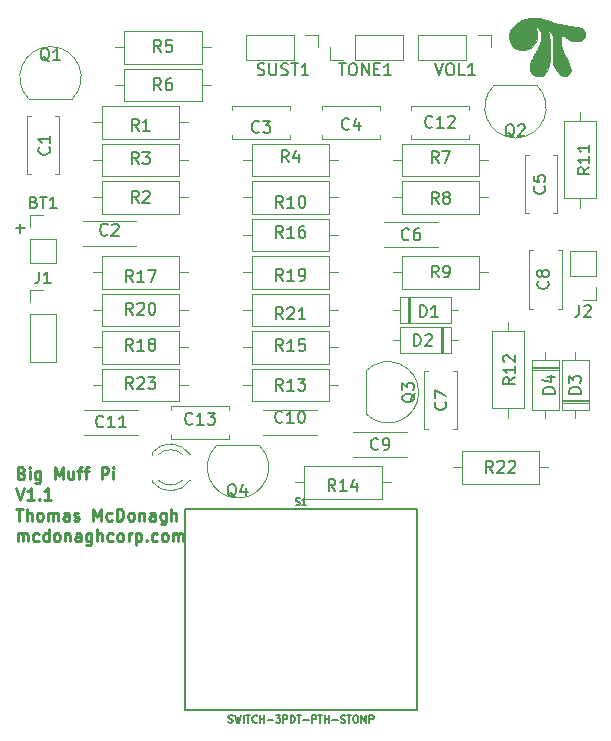
<source format=gbr>
%TF.GenerationSoftware,KiCad,Pcbnew,(5.1.6)-1*%
%TF.CreationDate,2020-10-27T15:42:11-05:00*%
%TF.ProjectId,MuffPi3PDT,4d756666-5069-4335-9044-542e6b696361,rev?*%
%TF.SameCoordinates,Original*%
%TF.FileFunction,Legend,Top*%
%TF.FilePolarity,Positive*%
%FSLAX46Y46*%
G04 Gerber Fmt 4.6, Leading zero omitted, Abs format (unit mm)*
G04 Created by KiCad (PCBNEW (5.1.6)-1) date 2020-10-27 15:42:11*
%MOMM*%
%LPD*%
G01*
G04 APERTURE LIST*
%ADD10C,0.150000*%
%ADD11C,0.250000*%
%ADD12C,0.010000*%
%ADD13C,0.120000*%
%ADD14C,0.203200*%
%ADD15C,0.127000*%
G04 APERTURE END LIST*
D10*
X104394047Y-81986428D02*
X105155952Y-81986428D01*
X104775000Y-82367380D02*
X104775000Y-81605476D01*
D11*
X104873928Y-102713571D02*
X105016785Y-102761190D01*
X105064404Y-102808809D01*
X105112023Y-102904047D01*
X105112023Y-103046904D01*
X105064404Y-103142142D01*
X105016785Y-103189761D01*
X104921547Y-103237380D01*
X104540595Y-103237380D01*
X104540595Y-102237380D01*
X104873928Y-102237380D01*
X104969166Y-102285000D01*
X105016785Y-102332619D01*
X105064404Y-102427857D01*
X105064404Y-102523095D01*
X105016785Y-102618333D01*
X104969166Y-102665952D01*
X104873928Y-102713571D01*
X104540595Y-102713571D01*
X105540595Y-103237380D02*
X105540595Y-102570714D01*
X105540595Y-102237380D02*
X105492976Y-102285000D01*
X105540595Y-102332619D01*
X105588214Y-102285000D01*
X105540595Y-102237380D01*
X105540595Y-102332619D01*
X106445357Y-102570714D02*
X106445357Y-103380238D01*
X106397738Y-103475476D01*
X106350119Y-103523095D01*
X106254880Y-103570714D01*
X106112023Y-103570714D01*
X106016785Y-103523095D01*
X106445357Y-103189761D02*
X106350119Y-103237380D01*
X106159642Y-103237380D01*
X106064404Y-103189761D01*
X106016785Y-103142142D01*
X105969166Y-103046904D01*
X105969166Y-102761190D01*
X106016785Y-102665952D01*
X106064404Y-102618333D01*
X106159642Y-102570714D01*
X106350119Y-102570714D01*
X106445357Y-102618333D01*
X107683452Y-103237380D02*
X107683452Y-102237380D01*
X108016785Y-102951666D01*
X108350119Y-102237380D01*
X108350119Y-103237380D01*
X109254880Y-102570714D02*
X109254880Y-103237380D01*
X108826309Y-102570714D02*
X108826309Y-103094523D01*
X108873928Y-103189761D01*
X108969166Y-103237380D01*
X109112023Y-103237380D01*
X109207261Y-103189761D01*
X109254880Y-103142142D01*
X109588214Y-102570714D02*
X109969166Y-102570714D01*
X109731071Y-103237380D02*
X109731071Y-102380238D01*
X109778690Y-102285000D01*
X109873928Y-102237380D01*
X109969166Y-102237380D01*
X110159642Y-102570714D02*
X110540595Y-102570714D01*
X110302500Y-103237380D02*
X110302500Y-102380238D01*
X110350119Y-102285000D01*
X110445357Y-102237380D01*
X110540595Y-102237380D01*
X111635833Y-103237380D02*
X111635833Y-102237380D01*
X112016785Y-102237380D01*
X112112023Y-102285000D01*
X112159642Y-102332619D01*
X112207261Y-102427857D01*
X112207261Y-102570714D01*
X112159642Y-102665952D01*
X112112023Y-102713571D01*
X112016785Y-102761190D01*
X111635833Y-102761190D01*
X112635833Y-103237380D02*
X112635833Y-102570714D01*
X112635833Y-102237380D02*
X112588214Y-102285000D01*
X112635833Y-102332619D01*
X112683452Y-102285000D01*
X112635833Y-102237380D01*
X112635833Y-102332619D01*
X104397738Y-103987380D02*
X104731071Y-104987380D01*
X105064404Y-103987380D01*
X105921547Y-104987380D02*
X105350119Y-104987380D01*
X105635833Y-104987380D02*
X105635833Y-103987380D01*
X105540595Y-104130238D01*
X105445357Y-104225476D01*
X105350119Y-104273095D01*
X106350119Y-104892142D02*
X106397738Y-104939761D01*
X106350119Y-104987380D01*
X106302500Y-104939761D01*
X106350119Y-104892142D01*
X106350119Y-104987380D01*
X107350119Y-104987380D02*
X106778690Y-104987380D01*
X107064404Y-104987380D02*
X107064404Y-103987380D01*
X106969166Y-104130238D01*
X106873928Y-104225476D01*
X106778690Y-104273095D01*
X104397738Y-105737380D02*
X104969166Y-105737380D01*
X104683452Y-106737380D02*
X104683452Y-105737380D01*
X105302500Y-106737380D02*
X105302500Y-105737380D01*
X105731071Y-106737380D02*
X105731071Y-106213571D01*
X105683452Y-106118333D01*
X105588214Y-106070714D01*
X105445357Y-106070714D01*
X105350119Y-106118333D01*
X105302500Y-106165952D01*
X106350119Y-106737380D02*
X106254880Y-106689761D01*
X106207261Y-106642142D01*
X106159642Y-106546904D01*
X106159642Y-106261190D01*
X106207261Y-106165952D01*
X106254880Y-106118333D01*
X106350119Y-106070714D01*
X106492976Y-106070714D01*
X106588214Y-106118333D01*
X106635833Y-106165952D01*
X106683452Y-106261190D01*
X106683452Y-106546904D01*
X106635833Y-106642142D01*
X106588214Y-106689761D01*
X106492976Y-106737380D01*
X106350119Y-106737380D01*
X107112023Y-106737380D02*
X107112023Y-106070714D01*
X107112023Y-106165952D02*
X107159642Y-106118333D01*
X107254880Y-106070714D01*
X107397738Y-106070714D01*
X107492976Y-106118333D01*
X107540595Y-106213571D01*
X107540595Y-106737380D01*
X107540595Y-106213571D02*
X107588214Y-106118333D01*
X107683452Y-106070714D01*
X107826309Y-106070714D01*
X107921547Y-106118333D01*
X107969166Y-106213571D01*
X107969166Y-106737380D01*
X108873928Y-106737380D02*
X108873928Y-106213571D01*
X108826309Y-106118333D01*
X108731071Y-106070714D01*
X108540595Y-106070714D01*
X108445357Y-106118333D01*
X108873928Y-106689761D02*
X108778690Y-106737380D01*
X108540595Y-106737380D01*
X108445357Y-106689761D01*
X108397738Y-106594523D01*
X108397738Y-106499285D01*
X108445357Y-106404047D01*
X108540595Y-106356428D01*
X108778690Y-106356428D01*
X108873928Y-106308809D01*
X109302500Y-106689761D02*
X109397738Y-106737380D01*
X109588214Y-106737380D01*
X109683452Y-106689761D01*
X109731071Y-106594523D01*
X109731071Y-106546904D01*
X109683452Y-106451666D01*
X109588214Y-106404047D01*
X109445357Y-106404047D01*
X109350119Y-106356428D01*
X109302500Y-106261190D01*
X109302500Y-106213571D01*
X109350119Y-106118333D01*
X109445357Y-106070714D01*
X109588214Y-106070714D01*
X109683452Y-106118333D01*
X110921547Y-106737380D02*
X110921547Y-105737380D01*
X111254880Y-106451666D01*
X111588214Y-105737380D01*
X111588214Y-106737380D01*
X112492976Y-106689761D02*
X112397738Y-106737380D01*
X112207261Y-106737380D01*
X112112023Y-106689761D01*
X112064404Y-106642142D01*
X112016785Y-106546904D01*
X112016785Y-106261190D01*
X112064404Y-106165952D01*
X112112023Y-106118333D01*
X112207261Y-106070714D01*
X112397738Y-106070714D01*
X112492976Y-106118333D01*
X112921547Y-106737380D02*
X112921547Y-105737380D01*
X113159642Y-105737380D01*
X113302500Y-105785000D01*
X113397738Y-105880238D01*
X113445357Y-105975476D01*
X113492976Y-106165952D01*
X113492976Y-106308809D01*
X113445357Y-106499285D01*
X113397738Y-106594523D01*
X113302500Y-106689761D01*
X113159642Y-106737380D01*
X112921547Y-106737380D01*
X114064404Y-106737380D02*
X113969166Y-106689761D01*
X113921547Y-106642142D01*
X113873928Y-106546904D01*
X113873928Y-106261190D01*
X113921547Y-106165952D01*
X113969166Y-106118333D01*
X114064404Y-106070714D01*
X114207261Y-106070714D01*
X114302500Y-106118333D01*
X114350119Y-106165952D01*
X114397738Y-106261190D01*
X114397738Y-106546904D01*
X114350119Y-106642142D01*
X114302500Y-106689761D01*
X114207261Y-106737380D01*
X114064404Y-106737380D01*
X114826309Y-106070714D02*
X114826309Y-106737380D01*
X114826309Y-106165952D02*
X114873928Y-106118333D01*
X114969166Y-106070714D01*
X115112023Y-106070714D01*
X115207261Y-106118333D01*
X115254880Y-106213571D01*
X115254880Y-106737380D01*
X116159642Y-106737380D02*
X116159642Y-106213571D01*
X116112023Y-106118333D01*
X116016785Y-106070714D01*
X115826309Y-106070714D01*
X115731071Y-106118333D01*
X116159642Y-106689761D02*
X116064404Y-106737380D01*
X115826309Y-106737380D01*
X115731071Y-106689761D01*
X115683452Y-106594523D01*
X115683452Y-106499285D01*
X115731071Y-106404047D01*
X115826309Y-106356428D01*
X116064404Y-106356428D01*
X116159642Y-106308809D01*
X117064404Y-106070714D02*
X117064404Y-106880238D01*
X117016785Y-106975476D01*
X116969166Y-107023095D01*
X116873928Y-107070714D01*
X116731071Y-107070714D01*
X116635833Y-107023095D01*
X117064404Y-106689761D02*
X116969166Y-106737380D01*
X116778690Y-106737380D01*
X116683452Y-106689761D01*
X116635833Y-106642142D01*
X116588214Y-106546904D01*
X116588214Y-106261190D01*
X116635833Y-106165952D01*
X116683452Y-106118333D01*
X116778690Y-106070714D01*
X116969166Y-106070714D01*
X117064404Y-106118333D01*
X117540595Y-106737380D02*
X117540595Y-105737380D01*
X117969166Y-106737380D02*
X117969166Y-106213571D01*
X117921547Y-106118333D01*
X117826309Y-106070714D01*
X117683452Y-106070714D01*
X117588214Y-106118333D01*
X117540595Y-106165952D01*
X104540595Y-108487380D02*
X104540595Y-107820714D01*
X104540595Y-107915952D02*
X104588214Y-107868333D01*
X104683452Y-107820714D01*
X104826309Y-107820714D01*
X104921547Y-107868333D01*
X104969166Y-107963571D01*
X104969166Y-108487380D01*
X104969166Y-107963571D02*
X105016785Y-107868333D01*
X105112023Y-107820714D01*
X105254880Y-107820714D01*
X105350119Y-107868333D01*
X105397738Y-107963571D01*
X105397738Y-108487380D01*
X106302500Y-108439761D02*
X106207261Y-108487380D01*
X106016785Y-108487380D01*
X105921547Y-108439761D01*
X105873928Y-108392142D01*
X105826309Y-108296904D01*
X105826309Y-108011190D01*
X105873928Y-107915952D01*
X105921547Y-107868333D01*
X106016785Y-107820714D01*
X106207261Y-107820714D01*
X106302500Y-107868333D01*
X107159642Y-108487380D02*
X107159642Y-107487380D01*
X107159642Y-108439761D02*
X107064404Y-108487380D01*
X106873928Y-108487380D01*
X106778690Y-108439761D01*
X106731071Y-108392142D01*
X106683452Y-108296904D01*
X106683452Y-108011190D01*
X106731071Y-107915952D01*
X106778690Y-107868333D01*
X106873928Y-107820714D01*
X107064404Y-107820714D01*
X107159642Y-107868333D01*
X107778690Y-108487380D02*
X107683452Y-108439761D01*
X107635833Y-108392142D01*
X107588214Y-108296904D01*
X107588214Y-108011190D01*
X107635833Y-107915952D01*
X107683452Y-107868333D01*
X107778690Y-107820714D01*
X107921547Y-107820714D01*
X108016785Y-107868333D01*
X108064404Y-107915952D01*
X108112023Y-108011190D01*
X108112023Y-108296904D01*
X108064404Y-108392142D01*
X108016785Y-108439761D01*
X107921547Y-108487380D01*
X107778690Y-108487380D01*
X108540595Y-107820714D02*
X108540595Y-108487380D01*
X108540595Y-107915952D02*
X108588214Y-107868333D01*
X108683452Y-107820714D01*
X108826309Y-107820714D01*
X108921547Y-107868333D01*
X108969166Y-107963571D01*
X108969166Y-108487380D01*
X109873928Y-108487380D02*
X109873928Y-107963571D01*
X109826309Y-107868333D01*
X109731071Y-107820714D01*
X109540595Y-107820714D01*
X109445357Y-107868333D01*
X109873928Y-108439761D02*
X109778690Y-108487380D01*
X109540595Y-108487380D01*
X109445357Y-108439761D01*
X109397738Y-108344523D01*
X109397738Y-108249285D01*
X109445357Y-108154047D01*
X109540595Y-108106428D01*
X109778690Y-108106428D01*
X109873928Y-108058809D01*
X110778690Y-107820714D02*
X110778690Y-108630238D01*
X110731071Y-108725476D01*
X110683452Y-108773095D01*
X110588214Y-108820714D01*
X110445357Y-108820714D01*
X110350119Y-108773095D01*
X110778690Y-108439761D02*
X110683452Y-108487380D01*
X110492976Y-108487380D01*
X110397738Y-108439761D01*
X110350119Y-108392142D01*
X110302500Y-108296904D01*
X110302500Y-108011190D01*
X110350119Y-107915952D01*
X110397738Y-107868333D01*
X110492976Y-107820714D01*
X110683452Y-107820714D01*
X110778690Y-107868333D01*
X111254880Y-108487380D02*
X111254880Y-107487380D01*
X111683452Y-108487380D02*
X111683452Y-107963571D01*
X111635833Y-107868333D01*
X111540595Y-107820714D01*
X111397738Y-107820714D01*
X111302500Y-107868333D01*
X111254880Y-107915952D01*
X112588214Y-108439761D02*
X112492976Y-108487380D01*
X112302500Y-108487380D01*
X112207261Y-108439761D01*
X112159642Y-108392142D01*
X112112023Y-108296904D01*
X112112023Y-108011190D01*
X112159642Y-107915952D01*
X112207261Y-107868333D01*
X112302500Y-107820714D01*
X112492976Y-107820714D01*
X112588214Y-107868333D01*
X113159642Y-108487380D02*
X113064404Y-108439761D01*
X113016785Y-108392142D01*
X112969166Y-108296904D01*
X112969166Y-108011190D01*
X113016785Y-107915952D01*
X113064404Y-107868333D01*
X113159642Y-107820714D01*
X113302500Y-107820714D01*
X113397738Y-107868333D01*
X113445357Y-107915952D01*
X113492976Y-108011190D01*
X113492976Y-108296904D01*
X113445357Y-108392142D01*
X113397738Y-108439761D01*
X113302500Y-108487380D01*
X113159642Y-108487380D01*
X113921547Y-108487380D02*
X113921547Y-107820714D01*
X113921547Y-108011190D02*
X113969166Y-107915952D01*
X114016785Y-107868333D01*
X114112023Y-107820714D01*
X114207261Y-107820714D01*
X114540595Y-107820714D02*
X114540595Y-108820714D01*
X114540595Y-107868333D02*
X114635833Y-107820714D01*
X114826309Y-107820714D01*
X114921547Y-107868333D01*
X114969166Y-107915952D01*
X115016785Y-108011190D01*
X115016785Y-108296904D01*
X114969166Y-108392142D01*
X114921547Y-108439761D01*
X114826309Y-108487380D01*
X114635833Y-108487380D01*
X114540595Y-108439761D01*
X115445357Y-108392142D02*
X115492976Y-108439761D01*
X115445357Y-108487380D01*
X115397738Y-108439761D01*
X115445357Y-108392142D01*
X115445357Y-108487380D01*
X116350119Y-108439761D02*
X116254880Y-108487380D01*
X116064404Y-108487380D01*
X115969166Y-108439761D01*
X115921547Y-108392142D01*
X115873928Y-108296904D01*
X115873928Y-108011190D01*
X115921547Y-107915952D01*
X115969166Y-107868333D01*
X116064404Y-107820714D01*
X116254880Y-107820714D01*
X116350119Y-107868333D01*
X116921547Y-108487380D02*
X116826309Y-108439761D01*
X116778690Y-108392142D01*
X116731071Y-108296904D01*
X116731071Y-108011190D01*
X116778690Y-107915952D01*
X116826309Y-107868333D01*
X116921547Y-107820714D01*
X117064404Y-107820714D01*
X117159642Y-107868333D01*
X117207261Y-107915952D01*
X117254880Y-108011190D01*
X117254880Y-108296904D01*
X117207261Y-108392142D01*
X117159642Y-108439761D01*
X117064404Y-108487380D01*
X116921547Y-108487380D01*
X117683452Y-108487380D02*
X117683452Y-107820714D01*
X117683452Y-107915952D02*
X117731071Y-107868333D01*
X117826309Y-107820714D01*
X117969166Y-107820714D01*
X118064404Y-107868333D01*
X118112023Y-107963571D01*
X118112023Y-108487380D01*
X118112023Y-107963571D02*
X118159642Y-107868333D01*
X118254880Y-107820714D01*
X118397738Y-107820714D01*
X118492976Y-107868333D01*
X118540595Y-107963571D01*
X118540595Y-108487380D01*
D12*
%TO.C,G\u002A\u002A\u002A*%
G36*
X148572011Y-64192252D02*
G01*
X148785239Y-64226540D01*
X149022820Y-64281119D01*
X149293183Y-64357631D01*
X149604754Y-64457722D01*
X149943768Y-64575143D01*
X150410279Y-64721176D01*
X150860089Y-64819992D01*
X151313580Y-64875918D01*
X151384000Y-64880928D01*
X151714964Y-64914665D01*
X151987935Y-64970107D01*
X152205046Y-65048533D01*
X152368428Y-65151225D01*
X152480215Y-65279464D01*
X152542539Y-65434532D01*
X152558227Y-65586297D01*
X152529213Y-65768609D01*
X152447014Y-65921789D01*
X152316885Y-66041552D01*
X152144080Y-66123609D01*
X151933852Y-66163676D01*
X151846512Y-66167000D01*
X151628976Y-66153268D01*
X151433443Y-66107624D01*
X151239030Y-66023397D01*
X151055926Y-65914442D01*
X150888153Y-65806978D01*
X150764657Y-65733320D01*
X150678309Y-65689994D01*
X150621982Y-65673523D01*
X150588551Y-65680433D01*
X150583987Y-65684312D01*
X150556756Y-65743207D01*
X150535684Y-65849392D01*
X150521972Y-65986854D01*
X150516820Y-66139577D01*
X150521427Y-66291546D01*
X150531151Y-66389250D01*
X150566314Y-66575091D01*
X150623814Y-66769360D01*
X150707781Y-66982559D01*
X150822342Y-67225187D01*
X150969152Y-67503234D01*
X151133446Y-67823445D01*
X151251944Y-68103045D01*
X151325035Y-68345003D01*
X151353108Y-68552290D01*
X151336551Y-68727875D01*
X151275752Y-68874728D01*
X151171100Y-68995818D01*
X151165081Y-69000949D01*
X151012134Y-69095625D01*
X150851077Y-69128160D01*
X150680259Y-69098559D01*
X150498029Y-69006826D01*
X150491200Y-69002341D01*
X150350426Y-68881759D01*
X150211553Y-68713746D01*
X150084194Y-68513905D01*
X149977962Y-68297836D01*
X149902470Y-68081139D01*
X149888567Y-68024375D01*
X149872943Y-67915561D01*
X149860752Y-67751856D01*
X149852127Y-67541785D01*
X149847197Y-67293872D01*
X149846096Y-67016640D01*
X149848955Y-66718612D01*
X149855904Y-66408314D01*
X149861127Y-66246375D01*
X149865275Y-66029849D01*
X149858415Y-65862834D01*
X149837930Y-65731900D01*
X149801206Y-65623615D01*
X149745628Y-65524547D01*
X149711081Y-65475784D01*
X149641532Y-65396132D01*
X149566583Y-65330264D01*
X149501373Y-65289586D01*
X149461045Y-65285502D01*
X149459863Y-65286553D01*
X149458249Y-65322642D01*
X149466260Y-65408736D01*
X149482429Y-65532315D01*
X149505293Y-65680858D01*
X149507736Y-65695666D01*
X149574255Y-66153722D01*
X149613536Y-66567054D01*
X149626316Y-66947945D01*
X149613331Y-67308679D01*
X149608288Y-67372733D01*
X149564204Y-67778178D01*
X149505269Y-68124490D01*
X149429957Y-68414621D01*
X149336742Y-68651527D01*
X149224095Y-68838159D01*
X149090492Y-68977472D01*
X148934405Y-69072419D01*
X148754307Y-69125952D01*
X148697793Y-69134104D01*
X148536744Y-69133754D01*
X148423600Y-69107899D01*
X148252498Y-69025056D01*
X148121787Y-68913361D01*
X148022986Y-68762477D01*
X147947617Y-68562067D01*
X147933338Y-68510305D01*
X147903581Y-68381344D01*
X147894000Y-68281875D01*
X147903279Y-68181637D01*
X147916116Y-68114395D01*
X147961196Y-67954298D01*
X148036026Y-67766923D01*
X148143351Y-67546555D01*
X148285918Y-67287478D01*
X148431352Y-67041634D01*
X148581194Y-66782469D01*
X148693800Y-66556740D01*
X148774060Y-66350367D01*
X148826861Y-66149266D01*
X148857090Y-65939358D01*
X148867182Y-65786000D01*
X148872358Y-65633856D01*
X148871219Y-65527232D01*
X148861084Y-65448248D01*
X148839274Y-65379027D01*
X148803105Y-65301693D01*
X148791010Y-65278033D01*
X148714854Y-65159544D01*
X148622330Y-65058233D01*
X148527951Y-64987440D01*
X148446229Y-64960502D01*
X148445537Y-64960500D01*
X148424133Y-64972922D01*
X148426068Y-65019120D01*
X148447148Y-65098173D01*
X148504431Y-65380058D01*
X148510575Y-65661982D01*
X148468874Y-65935186D01*
X148382622Y-66190910D01*
X148255113Y-66420395D01*
X148089642Y-66614883D01*
X147889501Y-66765613D01*
X147803225Y-66810433D01*
X147657190Y-66855179D01*
X147471544Y-66879759D01*
X147266871Y-66884227D01*
X147063755Y-66868634D01*
X146882779Y-66833035D01*
X146807329Y-66807871D01*
X146587056Y-66689037D01*
X146409922Y-66530058D01*
X146277014Y-66338370D01*
X146189419Y-66121408D01*
X146148224Y-65886608D01*
X146154517Y-65641406D01*
X146209383Y-65393236D01*
X146313910Y-65149535D01*
X146469186Y-64917739D01*
X146521969Y-64855910D01*
X146712935Y-64682748D01*
X146954651Y-64526659D01*
X147235483Y-64392871D01*
X147543797Y-64286608D01*
X147867958Y-64213097D01*
X147994177Y-64194676D01*
X148184907Y-64177964D01*
X148374710Y-64176608D01*
X148572011Y-64192252D01*
G37*
X148572011Y-64192252D02*
X148785239Y-64226540D01*
X149022820Y-64281119D01*
X149293183Y-64357631D01*
X149604754Y-64457722D01*
X149943768Y-64575143D01*
X150410279Y-64721176D01*
X150860089Y-64819992D01*
X151313580Y-64875918D01*
X151384000Y-64880928D01*
X151714964Y-64914665D01*
X151987935Y-64970107D01*
X152205046Y-65048533D01*
X152368428Y-65151225D01*
X152480215Y-65279464D01*
X152542539Y-65434532D01*
X152558227Y-65586297D01*
X152529213Y-65768609D01*
X152447014Y-65921789D01*
X152316885Y-66041552D01*
X152144080Y-66123609D01*
X151933852Y-66163676D01*
X151846512Y-66167000D01*
X151628976Y-66153268D01*
X151433443Y-66107624D01*
X151239030Y-66023397D01*
X151055926Y-65914442D01*
X150888153Y-65806978D01*
X150764657Y-65733320D01*
X150678309Y-65689994D01*
X150621982Y-65673523D01*
X150588551Y-65680433D01*
X150583987Y-65684312D01*
X150556756Y-65743207D01*
X150535684Y-65849392D01*
X150521972Y-65986854D01*
X150516820Y-66139577D01*
X150521427Y-66291546D01*
X150531151Y-66389250D01*
X150566314Y-66575091D01*
X150623814Y-66769360D01*
X150707781Y-66982559D01*
X150822342Y-67225187D01*
X150969152Y-67503234D01*
X151133446Y-67823445D01*
X151251944Y-68103045D01*
X151325035Y-68345003D01*
X151353108Y-68552290D01*
X151336551Y-68727875D01*
X151275752Y-68874728D01*
X151171100Y-68995818D01*
X151165081Y-69000949D01*
X151012134Y-69095625D01*
X150851077Y-69128160D01*
X150680259Y-69098559D01*
X150498029Y-69006826D01*
X150491200Y-69002341D01*
X150350426Y-68881759D01*
X150211553Y-68713746D01*
X150084194Y-68513905D01*
X149977962Y-68297836D01*
X149902470Y-68081139D01*
X149888567Y-68024375D01*
X149872943Y-67915561D01*
X149860752Y-67751856D01*
X149852127Y-67541785D01*
X149847197Y-67293872D01*
X149846096Y-67016640D01*
X149848955Y-66718612D01*
X149855904Y-66408314D01*
X149861127Y-66246375D01*
X149865275Y-66029849D01*
X149858415Y-65862834D01*
X149837930Y-65731900D01*
X149801206Y-65623615D01*
X149745628Y-65524547D01*
X149711081Y-65475784D01*
X149641532Y-65396132D01*
X149566583Y-65330264D01*
X149501373Y-65289586D01*
X149461045Y-65285502D01*
X149459863Y-65286553D01*
X149458249Y-65322642D01*
X149466260Y-65408736D01*
X149482429Y-65532315D01*
X149505293Y-65680858D01*
X149507736Y-65695666D01*
X149574255Y-66153722D01*
X149613536Y-66567054D01*
X149626316Y-66947945D01*
X149613331Y-67308679D01*
X149608288Y-67372733D01*
X149564204Y-67778178D01*
X149505269Y-68124490D01*
X149429957Y-68414621D01*
X149336742Y-68651527D01*
X149224095Y-68838159D01*
X149090492Y-68977472D01*
X148934405Y-69072419D01*
X148754307Y-69125952D01*
X148697793Y-69134104D01*
X148536744Y-69133754D01*
X148423600Y-69107899D01*
X148252498Y-69025056D01*
X148121787Y-68913361D01*
X148022986Y-68762477D01*
X147947617Y-68562067D01*
X147933338Y-68510305D01*
X147903581Y-68381344D01*
X147894000Y-68281875D01*
X147903279Y-68181637D01*
X147916116Y-68114395D01*
X147961196Y-67954298D01*
X148036026Y-67766923D01*
X148143351Y-67546555D01*
X148285918Y-67287478D01*
X148431352Y-67041634D01*
X148581194Y-66782469D01*
X148693800Y-66556740D01*
X148774060Y-66350367D01*
X148826861Y-66149266D01*
X148857090Y-65939358D01*
X148867182Y-65786000D01*
X148872358Y-65633856D01*
X148871219Y-65527232D01*
X148861084Y-65448248D01*
X148839274Y-65379027D01*
X148803105Y-65301693D01*
X148791010Y-65278033D01*
X148714854Y-65159544D01*
X148622330Y-65058233D01*
X148527951Y-64987440D01*
X148446229Y-64960502D01*
X148445537Y-64960500D01*
X148424133Y-64972922D01*
X148426068Y-65019120D01*
X148447148Y-65098173D01*
X148504431Y-65380058D01*
X148510575Y-65661982D01*
X148468874Y-65935186D01*
X148382622Y-66190910D01*
X148255113Y-66420395D01*
X148089642Y-66614883D01*
X147889501Y-66765613D01*
X147803225Y-66810433D01*
X147657190Y-66855179D01*
X147471544Y-66879759D01*
X147266871Y-66884227D01*
X147063755Y-66868634D01*
X146882779Y-66833035D01*
X146807329Y-66807871D01*
X146587056Y-66689037D01*
X146409922Y-66530058D01*
X146277014Y-66338370D01*
X146189419Y-66121408D01*
X146148224Y-65886608D01*
X146154517Y-65641406D01*
X146209383Y-65393236D01*
X146313910Y-65149535D01*
X146469186Y-64917739D01*
X146521969Y-64855910D01*
X146712935Y-64682748D01*
X146954651Y-64526659D01*
X147235483Y-64392871D01*
X147543797Y-64286608D01*
X147867958Y-64213097D01*
X147994177Y-64194676D01*
X148184907Y-64177964D01*
X148374710Y-64176608D01*
X148572011Y-64192252D01*
D13*
%TO.C,R20*%
X110895000Y-88900000D02*
X111665000Y-88900000D01*
X118975000Y-88900000D02*
X118205000Y-88900000D01*
X111665000Y-90270000D02*
X118205000Y-90270000D01*
X111665000Y-87530000D02*
X111665000Y-90270000D01*
X118205000Y-87530000D02*
X111665000Y-87530000D01*
X118205000Y-90270000D02*
X118205000Y-87530000D01*
%TO.C,BT1*%
X105620000Y-80855000D02*
X106680000Y-80855000D01*
X105620000Y-81915000D02*
X105620000Y-80855000D01*
X105620000Y-82915000D02*
X107740000Y-82915000D01*
X107740000Y-82915000D02*
X107740000Y-84975000D01*
X105620000Y-82915000D02*
X105620000Y-84975000D01*
X105620000Y-84975000D02*
X107740000Y-84975000D01*
%TO.C,C1*%
X107735000Y-72500000D02*
X108050000Y-72500000D01*
X105310000Y-72500000D02*
X105625000Y-72500000D01*
X107735000Y-77440000D02*
X108050000Y-77440000D01*
X105310000Y-77440000D02*
X105625000Y-77440000D01*
X108050000Y-77440000D02*
X108050000Y-72500000D01*
X105310000Y-77440000D02*
X105310000Y-72500000D01*
%TO.C,C2*%
X114578000Y-83493000D02*
X110038000Y-83493000D01*
X114578000Y-81353000D02*
X110038000Y-81353000D01*
X114578000Y-83493000D02*
X114578000Y-83478000D01*
X114578000Y-81368000D02*
X114578000Y-81353000D01*
X110038000Y-83493000D02*
X110038000Y-83478000D01*
X110038000Y-81368000D02*
X110038000Y-81353000D01*
%TO.C,C3*%
X122665000Y-71970000D02*
X122665000Y-71655000D01*
X122665000Y-74395000D02*
X122665000Y-74080000D01*
X127605000Y-71970000D02*
X127605000Y-71655000D01*
X127605000Y-74395000D02*
X127605000Y-74080000D01*
X127605000Y-71655000D02*
X122665000Y-71655000D01*
X127605000Y-74395000D02*
X122665000Y-74395000D01*
%TO.C,C4*%
X130285000Y-71970000D02*
X130285000Y-71655000D01*
X130285000Y-74395000D02*
X130285000Y-74080000D01*
X135225000Y-71970000D02*
X135225000Y-71655000D01*
X135225000Y-74395000D02*
X135225000Y-74080000D01*
X135225000Y-71655000D02*
X130285000Y-71655000D01*
X135225000Y-74395000D02*
X130285000Y-74395000D01*
%TO.C,C5*%
X147474000Y-80742000D02*
X147474000Y-75802000D01*
X150214000Y-80742000D02*
X150214000Y-75802000D01*
X147474000Y-80742000D02*
X147789000Y-80742000D01*
X149899000Y-80742000D02*
X150214000Y-80742000D01*
X147474000Y-75802000D02*
X147789000Y-75802000D01*
X149899000Y-75802000D02*
X150214000Y-75802000D01*
%TO.C,C6*%
X135565000Y-81495000D02*
X135565000Y-81480000D01*
X135565000Y-83620000D02*
X135565000Y-83605000D01*
X140105000Y-81495000D02*
X140105000Y-81480000D01*
X140105000Y-83620000D02*
X140105000Y-83605000D01*
X140105000Y-81480000D02*
X135565000Y-81480000D01*
X140105000Y-83620000D02*
X135565000Y-83620000D01*
%TO.C,C7*%
X138965000Y-99030000D02*
X138965000Y-94090000D01*
X141705000Y-99030000D02*
X141705000Y-94090000D01*
X138965000Y-99030000D02*
X139280000Y-99030000D01*
X141390000Y-99030000D02*
X141705000Y-99030000D01*
X138965000Y-94090000D02*
X139280000Y-94090000D01*
X141390000Y-94090000D02*
X141705000Y-94090000D01*
%TO.C,C8*%
X148170000Y-88790000D02*
X147855000Y-88790000D01*
X150595000Y-88790000D02*
X150280000Y-88790000D01*
X148170000Y-83850000D02*
X147855000Y-83850000D01*
X150595000Y-83850000D02*
X150280000Y-83850000D01*
X147855000Y-83850000D02*
X147855000Y-88790000D01*
X150595000Y-83850000D02*
X150595000Y-88790000D01*
%TO.C,C9*%
X137485000Y-101385000D02*
X137485000Y-101400000D01*
X137485000Y-99260000D02*
X137485000Y-99275000D01*
X132945000Y-101385000D02*
X132945000Y-101400000D01*
X132945000Y-99260000D02*
X132945000Y-99275000D01*
X132945000Y-101400000D02*
X137485000Y-101400000D01*
X132945000Y-99260000D02*
X137485000Y-99260000D01*
%TO.C,C10*%
X125325000Y-97355000D02*
X129865000Y-97355000D01*
X125325000Y-99495000D02*
X129865000Y-99495000D01*
X125325000Y-97355000D02*
X125325000Y-97370000D01*
X125325000Y-99480000D02*
X125325000Y-99495000D01*
X129865000Y-97355000D02*
X129865000Y-97370000D01*
X129865000Y-99480000D02*
X129865000Y-99495000D01*
%TO.C,C11*%
X110165000Y-97370000D02*
X110165000Y-97355000D01*
X110165000Y-99495000D02*
X110165000Y-99480000D01*
X114705000Y-97370000D02*
X114705000Y-97355000D01*
X114705000Y-99495000D02*
X114705000Y-99480000D01*
X114705000Y-97355000D02*
X110165000Y-97355000D01*
X114705000Y-99495000D02*
X110165000Y-99495000D01*
%TO.C,C12*%
X137825000Y-71655000D02*
X142765000Y-71655000D01*
X137825000Y-74395000D02*
X142765000Y-74395000D01*
X137825000Y-71655000D02*
X137825000Y-71970000D01*
X137825000Y-74080000D02*
X137825000Y-74395000D01*
X142765000Y-71655000D02*
X142765000Y-71970000D01*
X142765000Y-74080000D02*
X142765000Y-74395000D01*
%TO.C,C13*%
X117505000Y-97055000D02*
X122445000Y-97055000D01*
X117505000Y-99795000D02*
X122445000Y-99795000D01*
X117505000Y-97055000D02*
X117505000Y-97370000D01*
X117505000Y-99480000D02*
X117505000Y-99795000D01*
X122445000Y-97055000D02*
X122445000Y-97370000D01*
X122445000Y-99480000D02*
X122445000Y-99795000D01*
%TO.C,D1*%
X136945000Y-87780000D02*
X136945000Y-90020000D01*
X136945000Y-90020000D02*
X141185000Y-90020000D01*
X141185000Y-90020000D02*
X141185000Y-87780000D01*
X141185000Y-87780000D02*
X136945000Y-87780000D01*
X136295000Y-88900000D02*
X136945000Y-88900000D01*
X141835000Y-88900000D02*
X141185000Y-88900000D01*
X137665000Y-87780000D02*
X137665000Y-90020000D01*
X137785000Y-87780000D02*
X137785000Y-90020000D01*
X137545000Y-87780000D02*
X137545000Y-90020000D01*
%TO.C,D2*%
X140585000Y-92560000D02*
X140585000Y-90320000D01*
X140345000Y-92560000D02*
X140345000Y-90320000D01*
X140465000Y-92560000D02*
X140465000Y-90320000D01*
X136295000Y-91440000D02*
X136945000Y-91440000D01*
X141835000Y-91440000D02*
X141185000Y-91440000D01*
X136945000Y-92560000D02*
X141185000Y-92560000D01*
X136945000Y-90320000D02*
X136945000Y-92560000D01*
X141185000Y-90320000D02*
X136945000Y-90320000D01*
X141185000Y-92560000D02*
X141185000Y-90320000D01*
%TO.C,D3*%
X150645000Y-97370000D02*
X152885000Y-97370000D01*
X152885000Y-97370000D02*
X152885000Y-93130000D01*
X152885000Y-93130000D02*
X150645000Y-93130000D01*
X150645000Y-93130000D02*
X150645000Y-97370000D01*
X151765000Y-98020000D02*
X151765000Y-97370000D01*
X151765000Y-92480000D02*
X151765000Y-93130000D01*
X150645000Y-96650000D02*
X152885000Y-96650000D01*
X150645000Y-96530000D02*
X152885000Y-96530000D01*
X150645000Y-96770000D02*
X152885000Y-96770000D01*
%TO.C,D4*%
X150345000Y-93730000D02*
X148105000Y-93730000D01*
X150345000Y-93970000D02*
X148105000Y-93970000D01*
X150345000Y-93850000D02*
X148105000Y-93850000D01*
X149225000Y-98020000D02*
X149225000Y-97370000D01*
X149225000Y-92480000D02*
X149225000Y-93130000D01*
X150345000Y-97370000D02*
X150345000Y-93130000D01*
X148105000Y-97370000D02*
X150345000Y-97370000D01*
X148105000Y-93130000D02*
X148105000Y-97370000D01*
X150345000Y-93130000D02*
X148105000Y-93130000D01*
%TO.C,D5*%
X115915000Y-103315000D02*
X115915000Y-103471000D01*
X115915000Y-100999000D02*
X115915000Y-101155000D01*
X119147335Y-101156392D02*
G75*
G03*
X115915000Y-100999484I-1672335J-1078608D01*
G01*
X119147335Y-103313608D02*
G75*
G02*
X115915000Y-103470516I-1672335J1078608D01*
G01*
X118516130Y-101155163D02*
G75*
G03*
X116434039Y-101155000I-1041130J-1079837D01*
G01*
X118516130Y-103314837D02*
G75*
G02*
X116434039Y-103315000I-1041130J1079837D01*
G01*
%TO.C,J1*%
X105620000Y-87205000D02*
X106680000Y-87205000D01*
X105620000Y-88265000D02*
X105620000Y-87205000D01*
X105620000Y-89265000D02*
X107740000Y-89265000D01*
X107740000Y-89265000D02*
X107740000Y-93325000D01*
X105620000Y-89265000D02*
X105620000Y-93325000D01*
X105620000Y-93325000D02*
X107740000Y-93325000D01*
%TO.C,J2*%
X153460000Y-88055000D02*
X152400000Y-88055000D01*
X153460000Y-86995000D02*
X153460000Y-88055000D01*
X153460000Y-85995000D02*
X151340000Y-85995000D01*
X151340000Y-85995000D02*
X151340000Y-83935000D01*
X153460000Y-85995000D02*
X153460000Y-83935000D01*
X153460000Y-83935000D02*
X151340000Y-83935000D01*
%TO.C,Q1*%
X105515000Y-71065000D02*
X109115000Y-71065000D01*
X105476522Y-71053478D02*
G75*
G02*
X107315000Y-66615000I1838478J1838478D01*
G01*
X109153478Y-71053478D02*
G75*
G03*
X107315000Y-66615000I-1838478J1838478D01*
G01*
%TO.C,Q2*%
X148485000Y-69905000D02*
X144885000Y-69905000D01*
X144846522Y-69916522D02*
G75*
G03*
X146685000Y-74355000I1838478J-1838478D01*
G01*
X148523478Y-69916522D02*
G75*
G02*
X146685000Y-74355000I-1838478J-1838478D01*
G01*
%TO.C,Q3*%
X134040000Y-94085000D02*
X134040000Y-97685000D01*
X134051522Y-97723478D02*
G75*
G03*
X138490000Y-95885000I1838478J1838478D01*
G01*
X134051522Y-94046522D02*
G75*
G02*
X138490000Y-95885000I1838478J-1838478D01*
G01*
%TO.C,Q4*%
X124990000Y-100385000D02*
X121390000Y-100385000D01*
X125028478Y-100396522D02*
G75*
G02*
X123190000Y-104835000I-1838478J-1838478D01*
G01*
X121351522Y-100396522D02*
G75*
G03*
X123190000Y-104835000I1838478J-1838478D01*
G01*
%TO.C,R1*%
X111665000Y-71655000D02*
X111665000Y-74395000D01*
X111665000Y-74395000D02*
X118205000Y-74395000D01*
X118205000Y-74395000D02*
X118205000Y-71655000D01*
X118205000Y-71655000D02*
X111665000Y-71655000D01*
X110895000Y-73025000D02*
X111665000Y-73025000D01*
X118975000Y-73025000D02*
X118205000Y-73025000D01*
%TO.C,R2*%
X118205000Y-80745000D02*
X118205000Y-78005000D01*
X118205000Y-78005000D02*
X111665000Y-78005000D01*
X111665000Y-78005000D02*
X111665000Y-80745000D01*
X111665000Y-80745000D02*
X118205000Y-80745000D01*
X118975000Y-79375000D02*
X118205000Y-79375000D01*
X110895000Y-79375000D02*
X111665000Y-79375000D01*
%TO.C,R3*%
X111665000Y-74830000D02*
X111665000Y-77570000D01*
X111665000Y-77570000D02*
X118205000Y-77570000D01*
X118205000Y-77570000D02*
X118205000Y-74830000D01*
X118205000Y-74830000D02*
X111665000Y-74830000D01*
X110895000Y-76200000D02*
X111665000Y-76200000D01*
X118975000Y-76200000D02*
X118205000Y-76200000D01*
%TO.C,R4*%
X124365000Y-74830000D02*
X124365000Y-77570000D01*
X124365000Y-77570000D02*
X130905000Y-77570000D01*
X130905000Y-77570000D02*
X130905000Y-74830000D01*
X130905000Y-74830000D02*
X124365000Y-74830000D01*
X123595000Y-76200000D02*
X124365000Y-76200000D01*
X131675000Y-76200000D02*
X130905000Y-76200000D01*
%TO.C,R5*%
X112800000Y-66675000D02*
X113570000Y-66675000D01*
X120880000Y-66675000D02*
X120110000Y-66675000D01*
X113570000Y-68045000D02*
X120110000Y-68045000D01*
X113570000Y-65305000D02*
X113570000Y-68045000D01*
X120110000Y-65305000D02*
X113570000Y-65305000D01*
X120110000Y-68045000D02*
X120110000Y-65305000D01*
%TO.C,R6*%
X120880000Y-69850000D02*
X120110000Y-69850000D01*
X112800000Y-69850000D02*
X113570000Y-69850000D01*
X120110000Y-68480000D02*
X113570000Y-68480000D01*
X120110000Y-71220000D02*
X120110000Y-68480000D01*
X113570000Y-71220000D02*
X120110000Y-71220000D01*
X113570000Y-68480000D02*
X113570000Y-71220000D01*
%TO.C,R7*%
X144375000Y-76200000D02*
X143605000Y-76200000D01*
X136295000Y-76200000D02*
X137065000Y-76200000D01*
X143605000Y-74830000D02*
X137065000Y-74830000D01*
X143605000Y-77570000D02*
X143605000Y-74830000D01*
X137065000Y-77570000D02*
X143605000Y-77570000D01*
X137065000Y-74830000D02*
X137065000Y-77570000D01*
%TO.C,R8*%
X143605000Y-80745000D02*
X143605000Y-78005000D01*
X143605000Y-78005000D02*
X137065000Y-78005000D01*
X137065000Y-78005000D02*
X137065000Y-80745000D01*
X137065000Y-80745000D02*
X143605000Y-80745000D01*
X144375000Y-79375000D02*
X143605000Y-79375000D01*
X136295000Y-79375000D02*
X137065000Y-79375000D01*
%TO.C,R9*%
X137065000Y-84355000D02*
X137065000Y-87095000D01*
X137065000Y-87095000D02*
X143605000Y-87095000D01*
X143605000Y-87095000D02*
X143605000Y-84355000D01*
X143605000Y-84355000D02*
X137065000Y-84355000D01*
X136295000Y-85725000D02*
X137065000Y-85725000D01*
X144375000Y-85725000D02*
X143605000Y-85725000D01*
%TO.C,R10*%
X123595000Y-79375000D02*
X124365000Y-79375000D01*
X131675000Y-79375000D02*
X130905000Y-79375000D01*
X124365000Y-80745000D02*
X130905000Y-80745000D01*
X124365000Y-78005000D02*
X124365000Y-80745000D01*
X130905000Y-78005000D02*
X124365000Y-78005000D01*
X130905000Y-80745000D02*
X130905000Y-78005000D01*
%TO.C,R11*%
X152146000Y-80240000D02*
X152146000Y-79470000D01*
X152146000Y-72160000D02*
X152146000Y-72930000D01*
X153516000Y-79470000D02*
X153516000Y-72930000D01*
X150776000Y-79470000D02*
X153516000Y-79470000D01*
X150776000Y-72930000D02*
X150776000Y-79470000D01*
X153516000Y-72930000D02*
X150776000Y-72930000D01*
%TO.C,R12*%
X146050000Y-89940000D02*
X146050000Y-90710000D01*
X146050000Y-98020000D02*
X146050000Y-97250000D01*
X144680000Y-90710000D02*
X144680000Y-97250000D01*
X147420000Y-90710000D02*
X144680000Y-90710000D01*
X147420000Y-97250000D02*
X147420000Y-90710000D01*
X144680000Y-97250000D02*
X147420000Y-97250000D01*
%TO.C,R13*%
X130905000Y-96620000D02*
X130905000Y-93880000D01*
X130905000Y-93880000D02*
X124365000Y-93880000D01*
X124365000Y-93880000D02*
X124365000Y-96620000D01*
X124365000Y-96620000D02*
X130905000Y-96620000D01*
X131675000Y-95250000D02*
X130905000Y-95250000D01*
X123595000Y-95250000D02*
X124365000Y-95250000D01*
%TO.C,R14*%
X135350000Y-104875000D02*
X135350000Y-102135000D01*
X135350000Y-102135000D02*
X128810000Y-102135000D01*
X128810000Y-102135000D02*
X128810000Y-104875000D01*
X128810000Y-104875000D02*
X135350000Y-104875000D01*
X136120000Y-103505000D02*
X135350000Y-103505000D01*
X128040000Y-103505000D02*
X128810000Y-103505000D01*
%TO.C,R15*%
X130905000Y-93445000D02*
X130905000Y-90705000D01*
X130905000Y-90705000D02*
X124365000Y-90705000D01*
X124365000Y-90705000D02*
X124365000Y-93445000D01*
X124365000Y-93445000D02*
X130905000Y-93445000D01*
X131675000Y-92075000D02*
X130905000Y-92075000D01*
X123595000Y-92075000D02*
X124365000Y-92075000D01*
%TO.C,R16*%
X123595000Y-82550000D02*
X124365000Y-82550000D01*
X131675000Y-82550000D02*
X130905000Y-82550000D01*
X124365000Y-83920000D02*
X130905000Y-83920000D01*
X124365000Y-81180000D02*
X124365000Y-83920000D01*
X130905000Y-81180000D02*
X124365000Y-81180000D01*
X130905000Y-83920000D02*
X130905000Y-81180000D01*
%TO.C,R17*%
X118205000Y-87095000D02*
X118205000Y-84355000D01*
X118205000Y-84355000D02*
X111665000Y-84355000D01*
X111665000Y-84355000D02*
X111665000Y-87095000D01*
X111665000Y-87095000D02*
X118205000Y-87095000D01*
X118975000Y-85725000D02*
X118205000Y-85725000D01*
X110895000Y-85725000D02*
X111665000Y-85725000D01*
%TO.C,R18*%
X118975000Y-92075000D02*
X118205000Y-92075000D01*
X110895000Y-92075000D02*
X111665000Y-92075000D01*
X118205000Y-90705000D02*
X111665000Y-90705000D01*
X118205000Y-93445000D02*
X118205000Y-90705000D01*
X111665000Y-93445000D02*
X118205000Y-93445000D01*
X111665000Y-90705000D02*
X111665000Y-93445000D01*
%TO.C,R19*%
X130905000Y-87095000D02*
X130905000Y-84355000D01*
X130905000Y-84355000D02*
X124365000Y-84355000D01*
X124365000Y-84355000D02*
X124365000Y-87095000D01*
X124365000Y-87095000D02*
X130905000Y-87095000D01*
X131675000Y-85725000D02*
X130905000Y-85725000D01*
X123595000Y-85725000D02*
X124365000Y-85725000D01*
%TO.C,R21*%
X123595000Y-88900000D02*
X124365000Y-88900000D01*
X131675000Y-88900000D02*
X130905000Y-88900000D01*
X124365000Y-90270000D02*
X130905000Y-90270000D01*
X124365000Y-87530000D02*
X124365000Y-90270000D01*
X130905000Y-87530000D02*
X124365000Y-87530000D01*
X130905000Y-90270000D02*
X130905000Y-87530000D01*
%TO.C,R22*%
X149455000Y-102235000D02*
X148685000Y-102235000D01*
X141375000Y-102235000D02*
X142145000Y-102235000D01*
X148685000Y-100865000D02*
X142145000Y-100865000D01*
X148685000Y-103605000D02*
X148685000Y-100865000D01*
X142145000Y-103605000D02*
X148685000Y-103605000D01*
X142145000Y-100865000D02*
X142145000Y-103605000D01*
%TO.C,R23*%
X118975000Y-95250000D02*
X118205000Y-95250000D01*
X110895000Y-95250000D02*
X111665000Y-95250000D01*
X118205000Y-93880000D02*
X111665000Y-93880000D01*
X118205000Y-96620000D02*
X118205000Y-93880000D01*
X111665000Y-96620000D02*
X118205000Y-96620000D01*
X111665000Y-93880000D02*
X111665000Y-96620000D01*
%TO.C,SUST1*%
X123845000Y-65615000D02*
X123845000Y-67735000D01*
X127905000Y-65615000D02*
X123845000Y-65615000D01*
X127905000Y-67735000D02*
X123845000Y-67735000D01*
X127905000Y-65615000D02*
X127905000Y-67735000D01*
X128905000Y-65615000D02*
X129965000Y-65615000D01*
X129965000Y-65615000D02*
X129965000Y-66675000D01*
%TO.C,TONE1*%
X137140000Y-67735000D02*
X137140000Y-65615000D01*
X133080000Y-67735000D02*
X137140000Y-67735000D01*
X133080000Y-65615000D02*
X137140000Y-65615000D01*
X133080000Y-67735000D02*
X133080000Y-65615000D01*
X132080000Y-67735000D02*
X131020000Y-67735000D01*
X131020000Y-67735000D02*
X131020000Y-66675000D01*
%TO.C,VOL1*%
X144570000Y-65615000D02*
X144570000Y-66675000D01*
X143510000Y-65615000D02*
X144570000Y-65615000D01*
X142510000Y-65615000D02*
X142510000Y-67735000D01*
X142510000Y-67735000D02*
X138450000Y-67735000D01*
X142510000Y-65615000D02*
X138450000Y-65615000D01*
X138450000Y-65615000D02*
X138450000Y-67735000D01*
D14*
%TO.C,S1*%
X118676420Y-122798840D02*
X118676420Y-105801160D01*
X138371580Y-122798840D02*
X118676420Y-122798840D01*
X138371580Y-105801160D02*
X138371580Y-122798840D01*
X118676420Y-105801160D02*
X138371580Y-105801160D01*
%TO.C,R20*%
D10*
X114292142Y-89297381D02*
X113958809Y-88821191D01*
X113720714Y-89297381D02*
X113720714Y-88297381D01*
X114101666Y-88297381D01*
X114196904Y-88345001D01*
X114244523Y-88392620D01*
X114292142Y-88487858D01*
X114292142Y-88630715D01*
X114244523Y-88725953D01*
X114196904Y-88773572D01*
X114101666Y-88821191D01*
X113720714Y-88821191D01*
X114673095Y-88392620D02*
X114720714Y-88345001D01*
X114815952Y-88297381D01*
X115054047Y-88297381D01*
X115149285Y-88345001D01*
X115196904Y-88392620D01*
X115244523Y-88487858D01*
X115244523Y-88583096D01*
X115196904Y-88725953D01*
X114625476Y-89297381D01*
X115244523Y-89297381D01*
X115863571Y-88297381D02*
X115958809Y-88297381D01*
X116054047Y-88345001D01*
X116101666Y-88392620D01*
X116149285Y-88487858D01*
X116196904Y-88678334D01*
X116196904Y-88916429D01*
X116149285Y-89106905D01*
X116101666Y-89202143D01*
X116054047Y-89249762D01*
X115958809Y-89297381D01*
X115863571Y-89297381D01*
X115768333Y-89249762D01*
X115720714Y-89202143D01*
X115673095Y-89106905D01*
X115625476Y-88916429D01*
X115625476Y-88678334D01*
X115673095Y-88487858D01*
X115720714Y-88392620D01*
X115768333Y-88345001D01*
X115863571Y-88297381D01*
%TO.C,BT1*%
X105894285Y-79783571D02*
X106037142Y-79831190D01*
X106084761Y-79878809D01*
X106132380Y-79974047D01*
X106132380Y-80116904D01*
X106084761Y-80212142D01*
X106037142Y-80259761D01*
X105941904Y-80307380D01*
X105560952Y-80307380D01*
X105560952Y-79307380D01*
X105894285Y-79307380D01*
X105989523Y-79355000D01*
X106037142Y-79402619D01*
X106084761Y-79497857D01*
X106084761Y-79593095D01*
X106037142Y-79688333D01*
X105989523Y-79735952D01*
X105894285Y-79783571D01*
X105560952Y-79783571D01*
X106418095Y-79307380D02*
X106989523Y-79307380D01*
X106703809Y-80307380D02*
X106703809Y-79307380D01*
X107846666Y-80307380D02*
X107275238Y-80307380D01*
X107560952Y-80307380D02*
X107560952Y-79307380D01*
X107465714Y-79450238D01*
X107370476Y-79545476D01*
X107275238Y-79593095D01*
%TO.C,C1*%
X107197141Y-75136666D02*
X107244760Y-75184285D01*
X107292379Y-75327142D01*
X107292379Y-75422380D01*
X107244760Y-75565238D01*
X107149522Y-75660476D01*
X107054284Y-75708095D01*
X106863808Y-75755714D01*
X106720951Y-75755714D01*
X106530475Y-75708095D01*
X106435237Y-75660476D01*
X106339999Y-75565238D01*
X106292379Y-75422380D01*
X106292379Y-75327142D01*
X106339999Y-75184285D01*
X106387618Y-75136666D01*
X107292379Y-74184285D02*
X107292379Y-74755714D01*
X107292379Y-74470000D02*
X106292379Y-74470000D01*
X106435237Y-74565238D01*
X106530475Y-74660476D01*
X106578094Y-74755714D01*
%TO.C,C2*%
X112141333Y-82510143D02*
X112093714Y-82557762D01*
X111950857Y-82605381D01*
X111855619Y-82605381D01*
X111712761Y-82557762D01*
X111617523Y-82462524D01*
X111569904Y-82367286D01*
X111522285Y-82176810D01*
X111522285Y-82033953D01*
X111569904Y-81843477D01*
X111617523Y-81748239D01*
X111712761Y-81653001D01*
X111855619Y-81605381D01*
X111950857Y-81605381D01*
X112093714Y-81653001D01*
X112141333Y-81700620D01*
X112522285Y-81700620D02*
X112569904Y-81653001D01*
X112665142Y-81605381D01*
X112903238Y-81605381D01*
X112998476Y-81653001D01*
X113046095Y-81700620D01*
X113093714Y-81795858D01*
X113093714Y-81891096D01*
X113046095Y-82033953D01*
X112474666Y-82605381D01*
X113093714Y-82605381D01*
%TO.C,C3*%
X124968333Y-73807143D02*
X124920714Y-73854762D01*
X124777857Y-73902381D01*
X124682619Y-73902381D01*
X124539761Y-73854762D01*
X124444523Y-73759524D01*
X124396904Y-73664286D01*
X124349285Y-73473810D01*
X124349285Y-73330953D01*
X124396904Y-73140477D01*
X124444523Y-73045239D01*
X124539761Y-72950001D01*
X124682619Y-72902381D01*
X124777857Y-72902381D01*
X124920714Y-72950001D01*
X124968333Y-72997620D01*
X125301666Y-72902381D02*
X125920714Y-72902381D01*
X125587380Y-73283334D01*
X125730238Y-73283334D01*
X125825476Y-73330953D01*
X125873095Y-73378572D01*
X125920714Y-73473810D01*
X125920714Y-73711905D01*
X125873095Y-73807143D01*
X125825476Y-73854762D01*
X125730238Y-73902381D01*
X125444523Y-73902381D01*
X125349285Y-73854762D01*
X125301666Y-73807143D01*
%TO.C,C4*%
X132588333Y-73567143D02*
X132540714Y-73614762D01*
X132397857Y-73662381D01*
X132302619Y-73662381D01*
X132159761Y-73614762D01*
X132064523Y-73519524D01*
X132016904Y-73424286D01*
X131969285Y-73233810D01*
X131969285Y-73090953D01*
X132016904Y-72900477D01*
X132064523Y-72805239D01*
X132159761Y-72710001D01*
X132302619Y-72662381D01*
X132397857Y-72662381D01*
X132540714Y-72710001D01*
X132588333Y-72757620D01*
X133445476Y-72995715D02*
X133445476Y-73662381D01*
X133207380Y-72614762D02*
X132969285Y-73329048D01*
X133588333Y-73329048D01*
%TO.C,C5*%
X149121141Y-78438666D02*
X149168760Y-78486285D01*
X149216379Y-78629142D01*
X149216379Y-78724380D01*
X149168760Y-78867238D01*
X149073522Y-78962476D01*
X148978284Y-79010095D01*
X148787808Y-79057714D01*
X148644951Y-79057714D01*
X148454475Y-79010095D01*
X148359237Y-78962476D01*
X148263999Y-78867238D01*
X148216379Y-78724380D01*
X148216379Y-78629142D01*
X148263999Y-78486285D01*
X148311618Y-78438666D01*
X148216379Y-77533904D02*
X148216379Y-78010095D01*
X148692570Y-78057714D01*
X148644951Y-78010095D01*
X148597332Y-77914857D01*
X148597332Y-77676761D01*
X148644951Y-77581523D01*
X148692570Y-77533904D01*
X148787808Y-77486285D01*
X149025903Y-77486285D01*
X149121141Y-77533904D01*
X149168760Y-77581523D01*
X149216379Y-77676761D01*
X149216379Y-77914857D01*
X149168760Y-78010095D01*
X149121141Y-78057714D01*
%TO.C,C6*%
X137668333Y-82912143D02*
X137620714Y-82959762D01*
X137477857Y-83007381D01*
X137382619Y-83007381D01*
X137239761Y-82959762D01*
X137144523Y-82864524D01*
X137096904Y-82769286D01*
X137049285Y-82578810D01*
X137049285Y-82435953D01*
X137096904Y-82245477D01*
X137144523Y-82150239D01*
X137239761Y-82055001D01*
X137382619Y-82007381D01*
X137477857Y-82007381D01*
X137620714Y-82055001D01*
X137668333Y-82102620D01*
X138525476Y-82007381D02*
X138335000Y-82007381D01*
X138239761Y-82055001D01*
X138192142Y-82102620D01*
X138096904Y-82245477D01*
X138049285Y-82435953D01*
X138049285Y-82816905D01*
X138096904Y-82912143D01*
X138144523Y-82959762D01*
X138239761Y-83007381D01*
X138430238Y-83007381D01*
X138525476Y-82959762D01*
X138573095Y-82912143D01*
X138620714Y-82816905D01*
X138620714Y-82578810D01*
X138573095Y-82483572D01*
X138525476Y-82435953D01*
X138430238Y-82388334D01*
X138239761Y-82388334D01*
X138144523Y-82435953D01*
X138096904Y-82483572D01*
X138049285Y-82578810D01*
%TO.C,C7*%
X140747141Y-96726666D02*
X140794760Y-96774285D01*
X140842379Y-96917142D01*
X140842379Y-97012380D01*
X140794760Y-97155238D01*
X140699522Y-97250476D01*
X140604284Y-97298095D01*
X140413808Y-97345714D01*
X140270951Y-97345714D01*
X140080475Y-97298095D01*
X139985237Y-97250476D01*
X139889999Y-97155238D01*
X139842379Y-97012380D01*
X139842379Y-96917142D01*
X139889999Y-96774285D01*
X139937618Y-96726666D01*
X139842379Y-96393333D02*
X139842379Y-95726666D01*
X140842379Y-96155238D01*
%TO.C,C8*%
X149422143Y-86486666D02*
X149469762Y-86534285D01*
X149517381Y-86677142D01*
X149517381Y-86772380D01*
X149469762Y-86915238D01*
X149374524Y-87010476D01*
X149279286Y-87058095D01*
X149088810Y-87105714D01*
X148945953Y-87105714D01*
X148755477Y-87058095D01*
X148660239Y-87010476D01*
X148565001Y-86915238D01*
X148517381Y-86772380D01*
X148517381Y-86677142D01*
X148565001Y-86534285D01*
X148612620Y-86486666D01*
X148945953Y-85915238D02*
X148898334Y-86010476D01*
X148850715Y-86058095D01*
X148755477Y-86105714D01*
X148707858Y-86105714D01*
X148612620Y-86058095D01*
X148565001Y-86010476D01*
X148517381Y-85915238D01*
X148517381Y-85724761D01*
X148565001Y-85629523D01*
X148612620Y-85581904D01*
X148707858Y-85534285D01*
X148755477Y-85534285D01*
X148850715Y-85581904D01*
X148898334Y-85629523D01*
X148945953Y-85724761D01*
X148945953Y-85915238D01*
X148993572Y-86010476D01*
X149041191Y-86058095D01*
X149136429Y-86105714D01*
X149326905Y-86105714D01*
X149422143Y-86058095D01*
X149469762Y-86010476D01*
X149517381Y-85915238D01*
X149517381Y-85724761D01*
X149469762Y-85629523D01*
X149422143Y-85581904D01*
X149326905Y-85534285D01*
X149136429Y-85534285D01*
X149041191Y-85581904D01*
X148993572Y-85629523D01*
X148945953Y-85724761D01*
%TO.C,C9*%
X135048333Y-100652141D02*
X135000714Y-100699760D01*
X134857857Y-100747379D01*
X134762619Y-100747379D01*
X134619761Y-100699760D01*
X134524523Y-100604522D01*
X134476904Y-100509284D01*
X134429285Y-100318808D01*
X134429285Y-100175951D01*
X134476904Y-99985475D01*
X134524523Y-99890237D01*
X134619761Y-99794999D01*
X134762619Y-99747379D01*
X134857857Y-99747379D01*
X135000714Y-99794999D01*
X135048333Y-99842618D01*
X135524523Y-100747379D02*
X135715000Y-100747379D01*
X135810238Y-100699760D01*
X135857857Y-100652141D01*
X135953095Y-100509284D01*
X136000714Y-100318808D01*
X136000714Y-99937856D01*
X135953095Y-99842618D01*
X135905476Y-99794999D01*
X135810238Y-99747379D01*
X135619761Y-99747379D01*
X135524523Y-99794999D01*
X135476904Y-99842618D01*
X135429285Y-99937856D01*
X135429285Y-100175951D01*
X135476904Y-100271189D01*
X135524523Y-100318808D01*
X135619761Y-100366427D01*
X135810238Y-100366427D01*
X135905476Y-100318808D01*
X135953095Y-100271189D01*
X136000714Y-100175951D01*
%TO.C,C10*%
X126952142Y-98387141D02*
X126904523Y-98434760D01*
X126761666Y-98482379D01*
X126666428Y-98482379D01*
X126523571Y-98434760D01*
X126428333Y-98339522D01*
X126380714Y-98244284D01*
X126333095Y-98053808D01*
X126333095Y-97910951D01*
X126380714Y-97720475D01*
X126428333Y-97625237D01*
X126523571Y-97529999D01*
X126666428Y-97482379D01*
X126761666Y-97482379D01*
X126904523Y-97529999D01*
X126952142Y-97577618D01*
X127904523Y-98482379D02*
X127333095Y-98482379D01*
X127618809Y-98482379D02*
X127618809Y-97482379D01*
X127523571Y-97625237D01*
X127428333Y-97720475D01*
X127333095Y-97768094D01*
X128523571Y-97482379D02*
X128618809Y-97482379D01*
X128714047Y-97529999D01*
X128761666Y-97577618D01*
X128809285Y-97672856D01*
X128856904Y-97863332D01*
X128856904Y-98101427D01*
X128809285Y-98291903D01*
X128761666Y-98387141D01*
X128714047Y-98434760D01*
X128618809Y-98482379D01*
X128523571Y-98482379D01*
X128428333Y-98434760D01*
X128380714Y-98387141D01*
X128333095Y-98291903D01*
X128285476Y-98101427D01*
X128285476Y-97863332D01*
X128333095Y-97672856D01*
X128380714Y-97577618D01*
X128428333Y-97529999D01*
X128523571Y-97482379D01*
%TO.C,C11*%
X111792142Y-98752143D02*
X111744523Y-98799762D01*
X111601666Y-98847381D01*
X111506428Y-98847381D01*
X111363571Y-98799762D01*
X111268333Y-98704524D01*
X111220714Y-98609286D01*
X111173095Y-98418810D01*
X111173095Y-98275953D01*
X111220714Y-98085477D01*
X111268333Y-97990239D01*
X111363571Y-97895001D01*
X111506428Y-97847381D01*
X111601666Y-97847381D01*
X111744523Y-97895001D01*
X111792142Y-97942620D01*
X112744523Y-98847381D02*
X112173095Y-98847381D01*
X112458809Y-98847381D02*
X112458809Y-97847381D01*
X112363571Y-97990239D01*
X112268333Y-98085477D01*
X112173095Y-98133096D01*
X113696904Y-98847381D02*
X113125476Y-98847381D01*
X113411190Y-98847381D02*
X113411190Y-97847381D01*
X113315952Y-97990239D01*
X113220714Y-98085477D01*
X113125476Y-98133096D01*
%TO.C,C12*%
X139652142Y-73387141D02*
X139604523Y-73434760D01*
X139461666Y-73482379D01*
X139366428Y-73482379D01*
X139223571Y-73434760D01*
X139128333Y-73339522D01*
X139080714Y-73244284D01*
X139033095Y-73053808D01*
X139033095Y-72910951D01*
X139080714Y-72720475D01*
X139128333Y-72625237D01*
X139223571Y-72529999D01*
X139366428Y-72482379D01*
X139461666Y-72482379D01*
X139604523Y-72529999D01*
X139652142Y-72577618D01*
X140604523Y-73482379D02*
X140033095Y-73482379D01*
X140318809Y-73482379D02*
X140318809Y-72482379D01*
X140223571Y-72625237D01*
X140128333Y-72720475D01*
X140033095Y-72768094D01*
X140985476Y-72577618D02*
X141033095Y-72529999D01*
X141128333Y-72482379D01*
X141366428Y-72482379D01*
X141461666Y-72529999D01*
X141509285Y-72577618D01*
X141556904Y-72672856D01*
X141556904Y-72768094D01*
X141509285Y-72910951D01*
X140937857Y-73482379D01*
X141556904Y-73482379D01*
%TO.C,C13*%
X119332142Y-98512141D02*
X119284523Y-98559760D01*
X119141666Y-98607379D01*
X119046428Y-98607379D01*
X118903571Y-98559760D01*
X118808333Y-98464522D01*
X118760714Y-98369284D01*
X118713095Y-98178808D01*
X118713095Y-98035951D01*
X118760714Y-97845475D01*
X118808333Y-97750237D01*
X118903571Y-97654999D01*
X119046428Y-97607379D01*
X119141666Y-97607379D01*
X119284523Y-97654999D01*
X119332142Y-97702618D01*
X120284523Y-98607379D02*
X119713095Y-98607379D01*
X119998809Y-98607379D02*
X119998809Y-97607379D01*
X119903571Y-97750237D01*
X119808333Y-97845475D01*
X119713095Y-97893094D01*
X120617857Y-97607379D02*
X121236904Y-97607379D01*
X120903571Y-97988332D01*
X121046428Y-97988332D01*
X121141666Y-98035951D01*
X121189285Y-98083570D01*
X121236904Y-98178808D01*
X121236904Y-98416903D01*
X121189285Y-98512141D01*
X121141666Y-98559760D01*
X121046428Y-98607379D01*
X120760714Y-98607379D01*
X120665476Y-98559760D01*
X120617857Y-98512141D01*
%TO.C,D1*%
X138596903Y-89502379D02*
X138596903Y-88502379D01*
X138834999Y-88502379D01*
X138977856Y-88549999D01*
X139073094Y-88645237D01*
X139120713Y-88740475D01*
X139168332Y-88930951D01*
X139168332Y-89073808D01*
X139120713Y-89264284D01*
X139073094Y-89359522D01*
X138977856Y-89454760D01*
X138834999Y-89502379D01*
X138596903Y-89502379D01*
X140120713Y-89502379D02*
X139549284Y-89502379D01*
X139834999Y-89502379D02*
X139834999Y-88502379D01*
X139739760Y-88645237D01*
X139644522Y-88740475D01*
X139549284Y-88788094D01*
%TO.C,D2*%
X138081905Y-91962381D02*
X138081905Y-90962381D01*
X138320001Y-90962381D01*
X138462858Y-91010001D01*
X138558096Y-91105239D01*
X138605715Y-91200477D01*
X138653334Y-91390953D01*
X138653334Y-91533810D01*
X138605715Y-91724286D01*
X138558096Y-91819524D01*
X138462858Y-91914762D01*
X138320001Y-91962381D01*
X138081905Y-91962381D01*
X139034286Y-91057620D02*
X139081905Y-91010001D01*
X139177143Y-90962381D01*
X139415239Y-90962381D01*
X139510477Y-91010001D01*
X139558096Y-91057620D01*
X139605715Y-91152858D01*
X139605715Y-91248096D01*
X139558096Y-91390953D01*
X138986667Y-91962381D01*
X139605715Y-91962381D01*
%TO.C,D3*%
X152212379Y-95988095D02*
X151212379Y-95988095D01*
X151212379Y-95750000D01*
X151259999Y-95607142D01*
X151355237Y-95511904D01*
X151450475Y-95464285D01*
X151640951Y-95416666D01*
X151783808Y-95416666D01*
X151974284Y-95464285D01*
X152069522Y-95511904D01*
X152164760Y-95607142D01*
X152212379Y-95750000D01*
X152212379Y-95988095D01*
X151212379Y-95083333D02*
X151212379Y-94464285D01*
X151593332Y-94797619D01*
X151593332Y-94654761D01*
X151640951Y-94559523D01*
X151688570Y-94511904D01*
X151783808Y-94464285D01*
X152021903Y-94464285D01*
X152117141Y-94511904D01*
X152164760Y-94559523D01*
X152212379Y-94654761D01*
X152212379Y-94940476D01*
X152164760Y-95035714D01*
X152117141Y-95083333D01*
%TO.C,D4*%
X150007381Y-95988095D02*
X149007381Y-95988095D01*
X149007381Y-95750000D01*
X149055001Y-95607142D01*
X149150239Y-95511904D01*
X149245477Y-95464285D01*
X149435953Y-95416666D01*
X149578810Y-95416666D01*
X149769286Y-95464285D01*
X149864524Y-95511904D01*
X149959762Y-95607142D01*
X150007381Y-95750000D01*
X150007381Y-95988095D01*
X149340715Y-94559523D02*
X150007381Y-94559523D01*
X148959762Y-94797619D02*
X149674048Y-95035714D01*
X149674048Y-94416666D01*
%TO.C,J1*%
X106346666Y-85657380D02*
X106346666Y-86371666D01*
X106299047Y-86514523D01*
X106203809Y-86609761D01*
X106060952Y-86657380D01*
X105965714Y-86657380D01*
X107346666Y-86657380D02*
X106775238Y-86657380D01*
X107060952Y-86657380D02*
X107060952Y-85657380D01*
X106965714Y-85800238D01*
X106870476Y-85895476D01*
X106775238Y-85943095D01*
%TO.C,J2*%
X152066666Y-88507380D02*
X152066666Y-89221666D01*
X152019047Y-89364523D01*
X151923809Y-89459761D01*
X151780952Y-89507380D01*
X151685714Y-89507380D01*
X152495238Y-88602619D02*
X152542857Y-88555000D01*
X152638095Y-88507380D01*
X152876190Y-88507380D01*
X152971428Y-88555000D01*
X153019047Y-88602619D01*
X153066666Y-88697857D01*
X153066666Y-88793095D01*
X153019047Y-88935952D01*
X152447619Y-89507380D01*
X153066666Y-89507380D01*
%TO.C,Q1*%
X107219761Y-67847618D02*
X107124523Y-67799999D01*
X107029285Y-67704760D01*
X106886428Y-67561903D01*
X106791190Y-67514284D01*
X106695952Y-67514284D01*
X106743571Y-67752379D02*
X106648333Y-67704760D01*
X106553095Y-67609522D01*
X106505476Y-67419046D01*
X106505476Y-67085713D01*
X106553095Y-66895237D01*
X106648333Y-66799999D01*
X106743571Y-66752379D01*
X106934047Y-66752379D01*
X107029285Y-66799999D01*
X107124523Y-66895237D01*
X107172142Y-67085713D01*
X107172142Y-67419046D01*
X107124523Y-67609522D01*
X107029285Y-67704760D01*
X106934047Y-67752379D01*
X106743571Y-67752379D01*
X108124523Y-67752379D02*
X107553095Y-67752379D01*
X107838809Y-67752379D02*
X107838809Y-66752379D01*
X107743571Y-66895237D01*
X107648333Y-66990475D01*
X107553095Y-67038094D01*
%TO.C,Q2*%
X146589761Y-74292620D02*
X146494523Y-74245001D01*
X146399285Y-74149762D01*
X146256428Y-74006905D01*
X146161190Y-73959286D01*
X146065952Y-73959286D01*
X146113571Y-74197381D02*
X146018333Y-74149762D01*
X145923095Y-74054524D01*
X145875476Y-73864048D01*
X145875476Y-73530715D01*
X145923095Y-73340239D01*
X146018333Y-73245001D01*
X146113571Y-73197381D01*
X146304047Y-73197381D01*
X146399285Y-73245001D01*
X146494523Y-73340239D01*
X146542142Y-73530715D01*
X146542142Y-73864048D01*
X146494523Y-74054524D01*
X146399285Y-74149762D01*
X146304047Y-74197381D01*
X146113571Y-74197381D01*
X146923095Y-73292620D02*
X146970714Y-73245001D01*
X147065952Y-73197381D01*
X147304047Y-73197381D01*
X147399285Y-73245001D01*
X147446904Y-73292620D01*
X147494523Y-73387858D01*
X147494523Y-73483096D01*
X147446904Y-73625953D01*
X146875476Y-74197381D01*
X147494523Y-74197381D01*
%TO.C,Q3*%
X138177620Y-95980238D02*
X138130001Y-96075476D01*
X138034762Y-96170714D01*
X137891905Y-96313571D01*
X137844286Y-96408809D01*
X137844286Y-96504047D01*
X138082381Y-96456428D02*
X138034762Y-96551666D01*
X137939524Y-96646904D01*
X137749048Y-96694523D01*
X137415715Y-96694523D01*
X137225239Y-96646904D01*
X137130001Y-96551666D01*
X137082381Y-96456428D01*
X137082381Y-96265952D01*
X137130001Y-96170714D01*
X137225239Y-96075476D01*
X137415715Y-96027857D01*
X137749048Y-96027857D01*
X137939524Y-96075476D01*
X138034762Y-96170714D01*
X138082381Y-96265952D01*
X138082381Y-96456428D01*
X137082381Y-95694523D02*
X137082381Y-95075476D01*
X137463334Y-95408809D01*
X137463334Y-95265952D01*
X137510953Y-95170714D01*
X137558572Y-95123095D01*
X137653810Y-95075476D01*
X137891905Y-95075476D01*
X137987143Y-95123095D01*
X138034762Y-95170714D01*
X138082381Y-95265952D01*
X138082381Y-95551666D01*
X138034762Y-95646904D01*
X137987143Y-95694523D01*
%TO.C,Q4*%
X123049762Y-104762620D02*
X122954524Y-104715001D01*
X122859286Y-104619762D01*
X122716429Y-104476905D01*
X122621191Y-104429286D01*
X122525953Y-104429286D01*
X122573572Y-104667381D02*
X122478334Y-104619762D01*
X122383096Y-104524524D01*
X122335477Y-104334048D01*
X122335477Y-104000715D01*
X122383096Y-103810239D01*
X122478334Y-103715001D01*
X122573572Y-103667381D01*
X122764048Y-103667381D01*
X122859286Y-103715001D01*
X122954524Y-103810239D01*
X123002143Y-104000715D01*
X123002143Y-104334048D01*
X122954524Y-104524524D01*
X122859286Y-104619762D01*
X122764048Y-104667381D01*
X122573572Y-104667381D01*
X123859286Y-104000715D02*
X123859286Y-104667381D01*
X123621191Y-103619762D02*
X123383096Y-104334048D01*
X124002143Y-104334048D01*
%TO.C,R1*%
X114768333Y-73732381D02*
X114435000Y-73256191D01*
X114196904Y-73732381D02*
X114196904Y-72732381D01*
X114577857Y-72732381D01*
X114673095Y-72780001D01*
X114720714Y-72827620D01*
X114768333Y-72922858D01*
X114768333Y-73065715D01*
X114720714Y-73160953D01*
X114673095Y-73208572D01*
X114577857Y-73256191D01*
X114196904Y-73256191D01*
X115720714Y-73732381D02*
X115149285Y-73732381D01*
X115435000Y-73732381D02*
X115435000Y-72732381D01*
X115339761Y-72875239D01*
X115244523Y-72970477D01*
X115149285Y-73018096D01*
%TO.C,R2*%
X114768333Y-79827380D02*
X114435000Y-79351190D01*
X114196904Y-79827380D02*
X114196904Y-78827380D01*
X114577857Y-78827380D01*
X114673095Y-78875000D01*
X114720714Y-78922619D01*
X114768333Y-79017857D01*
X114768333Y-79160714D01*
X114720714Y-79255952D01*
X114673095Y-79303571D01*
X114577857Y-79351190D01*
X114196904Y-79351190D01*
X115149285Y-78922619D02*
X115196904Y-78875000D01*
X115292142Y-78827380D01*
X115530238Y-78827380D01*
X115625476Y-78875000D01*
X115673095Y-78922619D01*
X115720714Y-79017857D01*
X115720714Y-79113095D01*
X115673095Y-79255952D01*
X115101666Y-79827380D01*
X115720714Y-79827380D01*
%TO.C,R3*%
X114768333Y-76552379D02*
X114435000Y-76076189D01*
X114196904Y-76552379D02*
X114196904Y-75552379D01*
X114577857Y-75552379D01*
X114673095Y-75599999D01*
X114720714Y-75647618D01*
X114768333Y-75742856D01*
X114768333Y-75885713D01*
X114720714Y-75980951D01*
X114673095Y-76028570D01*
X114577857Y-76076189D01*
X114196904Y-76076189D01*
X115101666Y-75552379D02*
X115720714Y-75552379D01*
X115387380Y-75933332D01*
X115530238Y-75933332D01*
X115625476Y-75980951D01*
X115673095Y-76028570D01*
X115720714Y-76123808D01*
X115720714Y-76361903D01*
X115673095Y-76457141D01*
X115625476Y-76504760D01*
X115530238Y-76552379D01*
X115244523Y-76552379D01*
X115149285Y-76504760D01*
X115101666Y-76457141D01*
%TO.C,R4*%
X127468333Y-76397379D02*
X127135000Y-75921189D01*
X126896904Y-76397379D02*
X126896904Y-75397379D01*
X127277857Y-75397379D01*
X127373095Y-75444999D01*
X127420714Y-75492618D01*
X127468333Y-75587856D01*
X127468333Y-75730713D01*
X127420714Y-75825951D01*
X127373095Y-75873570D01*
X127277857Y-75921189D01*
X126896904Y-75921189D01*
X128325476Y-75730713D02*
X128325476Y-76397379D01*
X128087380Y-75349760D02*
X127849285Y-76064046D01*
X128468333Y-76064046D01*
%TO.C,R5*%
X116673333Y-67072381D02*
X116340000Y-66596191D01*
X116101904Y-67072381D02*
X116101904Y-66072381D01*
X116482857Y-66072381D01*
X116578095Y-66120001D01*
X116625714Y-66167620D01*
X116673333Y-66262858D01*
X116673333Y-66405715D01*
X116625714Y-66500953D01*
X116578095Y-66548572D01*
X116482857Y-66596191D01*
X116101904Y-66596191D01*
X117578095Y-66072381D02*
X117101904Y-66072381D01*
X117054285Y-66548572D01*
X117101904Y-66500953D01*
X117197142Y-66453334D01*
X117435238Y-66453334D01*
X117530476Y-66500953D01*
X117578095Y-66548572D01*
X117625714Y-66643810D01*
X117625714Y-66881905D01*
X117578095Y-66977143D01*
X117530476Y-67024762D01*
X117435238Y-67072381D01*
X117197142Y-67072381D01*
X117101904Y-67024762D01*
X117054285Y-66977143D01*
%TO.C,R6*%
X116673333Y-70302380D02*
X116340000Y-69826190D01*
X116101904Y-70302380D02*
X116101904Y-69302380D01*
X116482857Y-69302380D01*
X116578095Y-69350000D01*
X116625714Y-69397619D01*
X116673333Y-69492857D01*
X116673333Y-69635714D01*
X116625714Y-69730952D01*
X116578095Y-69778571D01*
X116482857Y-69826190D01*
X116101904Y-69826190D01*
X117530476Y-69302380D02*
X117340000Y-69302380D01*
X117244761Y-69350000D01*
X117197142Y-69397619D01*
X117101904Y-69540476D01*
X117054285Y-69730952D01*
X117054285Y-70111904D01*
X117101904Y-70207142D01*
X117149523Y-70254761D01*
X117244761Y-70302380D01*
X117435238Y-70302380D01*
X117530476Y-70254761D01*
X117578095Y-70207142D01*
X117625714Y-70111904D01*
X117625714Y-69873809D01*
X117578095Y-69778571D01*
X117530476Y-69730952D01*
X117435238Y-69683333D01*
X117244761Y-69683333D01*
X117149523Y-69730952D01*
X117101904Y-69778571D01*
X117054285Y-69873809D01*
%TO.C,R7*%
X140168333Y-76467379D02*
X139835000Y-75991189D01*
X139596904Y-76467379D02*
X139596904Y-75467379D01*
X139977857Y-75467379D01*
X140073095Y-75514999D01*
X140120714Y-75562618D01*
X140168333Y-75657856D01*
X140168333Y-75800713D01*
X140120714Y-75895951D01*
X140073095Y-75943570D01*
X139977857Y-75991189D01*
X139596904Y-75991189D01*
X140501666Y-75467379D02*
X141168333Y-75467379D01*
X140739761Y-76467379D01*
%TO.C,R8*%
X140168333Y-79927381D02*
X139835000Y-79451191D01*
X139596904Y-79927381D02*
X139596904Y-78927381D01*
X139977857Y-78927381D01*
X140073095Y-78975001D01*
X140120714Y-79022620D01*
X140168333Y-79117858D01*
X140168333Y-79260715D01*
X140120714Y-79355953D01*
X140073095Y-79403572D01*
X139977857Y-79451191D01*
X139596904Y-79451191D01*
X140739761Y-79355953D02*
X140644523Y-79308334D01*
X140596904Y-79260715D01*
X140549285Y-79165477D01*
X140549285Y-79117858D01*
X140596904Y-79022620D01*
X140644523Y-78975001D01*
X140739761Y-78927381D01*
X140930238Y-78927381D01*
X141025476Y-78975001D01*
X141073095Y-79022620D01*
X141120714Y-79117858D01*
X141120714Y-79165477D01*
X141073095Y-79260715D01*
X141025476Y-79308334D01*
X140930238Y-79355953D01*
X140739761Y-79355953D01*
X140644523Y-79403572D01*
X140596904Y-79451191D01*
X140549285Y-79546429D01*
X140549285Y-79736905D01*
X140596904Y-79832143D01*
X140644523Y-79879762D01*
X140739761Y-79927381D01*
X140930238Y-79927381D01*
X141025476Y-79879762D01*
X141073095Y-79832143D01*
X141120714Y-79736905D01*
X141120714Y-79546429D01*
X141073095Y-79451191D01*
X141025476Y-79403572D01*
X140930238Y-79355953D01*
%TO.C,R9*%
X140168333Y-86147379D02*
X139835000Y-85671189D01*
X139596904Y-86147379D02*
X139596904Y-85147379D01*
X139977857Y-85147379D01*
X140073095Y-85194999D01*
X140120714Y-85242618D01*
X140168333Y-85337856D01*
X140168333Y-85480713D01*
X140120714Y-85575951D01*
X140073095Y-85623570D01*
X139977857Y-85671189D01*
X139596904Y-85671189D01*
X140644523Y-86147379D02*
X140835000Y-86147379D01*
X140930238Y-86099760D01*
X140977857Y-86052141D01*
X141073095Y-85909284D01*
X141120714Y-85718808D01*
X141120714Y-85337856D01*
X141073095Y-85242618D01*
X141025476Y-85194999D01*
X140930238Y-85147379D01*
X140739761Y-85147379D01*
X140644523Y-85194999D01*
X140596904Y-85242618D01*
X140549285Y-85337856D01*
X140549285Y-85575951D01*
X140596904Y-85671189D01*
X140644523Y-85718808D01*
X140739761Y-85766427D01*
X140930238Y-85766427D01*
X141025476Y-85718808D01*
X141073095Y-85671189D01*
X141120714Y-85575951D01*
%TO.C,R10*%
X126992142Y-80252381D02*
X126658809Y-79776191D01*
X126420714Y-80252381D02*
X126420714Y-79252381D01*
X126801666Y-79252381D01*
X126896904Y-79300001D01*
X126944523Y-79347620D01*
X126992142Y-79442858D01*
X126992142Y-79585715D01*
X126944523Y-79680953D01*
X126896904Y-79728572D01*
X126801666Y-79776191D01*
X126420714Y-79776191D01*
X127944523Y-80252381D02*
X127373095Y-80252381D01*
X127658809Y-80252381D02*
X127658809Y-79252381D01*
X127563571Y-79395239D01*
X127468333Y-79490477D01*
X127373095Y-79538096D01*
X128563571Y-79252381D02*
X128658809Y-79252381D01*
X128754047Y-79300001D01*
X128801666Y-79347620D01*
X128849285Y-79442858D01*
X128896904Y-79633334D01*
X128896904Y-79871429D01*
X128849285Y-80061905D01*
X128801666Y-80157143D01*
X128754047Y-80204762D01*
X128658809Y-80252381D01*
X128563571Y-80252381D01*
X128468333Y-80204762D01*
X128420714Y-80157143D01*
X128373095Y-80061905D01*
X128325476Y-79871429D01*
X128325476Y-79633334D01*
X128373095Y-79442858D01*
X128420714Y-79347620D01*
X128468333Y-79300001D01*
X128563571Y-79252381D01*
%TO.C,R11*%
X152938381Y-76842857D02*
X152462191Y-77176190D01*
X152938381Y-77414285D02*
X151938381Y-77414285D01*
X151938381Y-77033333D01*
X151986001Y-76938095D01*
X152033620Y-76890476D01*
X152128858Y-76842857D01*
X152271715Y-76842857D01*
X152366953Y-76890476D01*
X152414572Y-76938095D01*
X152462191Y-77033333D01*
X152462191Y-77414285D01*
X152938381Y-75890476D02*
X152938381Y-76461904D01*
X152938381Y-76176190D02*
X151938381Y-76176190D01*
X152081239Y-76271428D01*
X152176477Y-76366666D01*
X152224096Y-76461904D01*
X152938381Y-74938095D02*
X152938381Y-75509523D01*
X152938381Y-75223809D02*
X151938381Y-75223809D01*
X152081239Y-75319047D01*
X152176477Y-75414285D01*
X152224096Y-75509523D01*
%TO.C,R12*%
X146642379Y-94622857D02*
X146166189Y-94956190D01*
X146642379Y-95194285D02*
X145642379Y-95194285D01*
X145642379Y-94813333D01*
X145689999Y-94718095D01*
X145737618Y-94670476D01*
X145832856Y-94622857D01*
X145975713Y-94622857D01*
X146070951Y-94670476D01*
X146118570Y-94718095D01*
X146166189Y-94813333D01*
X146166189Y-95194285D01*
X146642379Y-93670476D02*
X146642379Y-94241904D01*
X146642379Y-93956190D02*
X145642379Y-93956190D01*
X145785237Y-94051428D01*
X145880475Y-94146666D01*
X145928094Y-94241904D01*
X145737618Y-93289523D02*
X145689999Y-93241904D01*
X145642379Y-93146666D01*
X145642379Y-92908571D01*
X145689999Y-92813333D01*
X145737618Y-92765714D01*
X145832856Y-92718095D01*
X145928094Y-92718095D01*
X146070951Y-92765714D01*
X146642379Y-93337142D01*
X146642379Y-92718095D01*
%TO.C,R13*%
X126992142Y-95732381D02*
X126658809Y-95256191D01*
X126420714Y-95732381D02*
X126420714Y-94732381D01*
X126801666Y-94732381D01*
X126896904Y-94780001D01*
X126944523Y-94827620D01*
X126992142Y-94922858D01*
X126992142Y-95065715D01*
X126944523Y-95160953D01*
X126896904Y-95208572D01*
X126801666Y-95256191D01*
X126420714Y-95256191D01*
X127944523Y-95732381D02*
X127373095Y-95732381D01*
X127658809Y-95732381D02*
X127658809Y-94732381D01*
X127563571Y-94875239D01*
X127468333Y-94970477D01*
X127373095Y-95018096D01*
X128277857Y-94732381D02*
X128896904Y-94732381D01*
X128563571Y-95113334D01*
X128706428Y-95113334D01*
X128801666Y-95160953D01*
X128849285Y-95208572D01*
X128896904Y-95303810D01*
X128896904Y-95541905D01*
X128849285Y-95637143D01*
X128801666Y-95684762D01*
X128706428Y-95732381D01*
X128420714Y-95732381D01*
X128325476Y-95684762D01*
X128277857Y-95637143D01*
%TO.C,R14*%
X131437142Y-104227381D02*
X131103809Y-103751191D01*
X130865714Y-104227381D02*
X130865714Y-103227381D01*
X131246666Y-103227381D01*
X131341904Y-103275001D01*
X131389523Y-103322620D01*
X131437142Y-103417858D01*
X131437142Y-103560715D01*
X131389523Y-103655953D01*
X131341904Y-103703572D01*
X131246666Y-103751191D01*
X130865714Y-103751191D01*
X132389523Y-104227381D02*
X131818095Y-104227381D01*
X132103809Y-104227381D02*
X132103809Y-103227381D01*
X132008571Y-103370239D01*
X131913333Y-103465477D01*
X131818095Y-103513096D01*
X133246666Y-103560715D02*
X133246666Y-104227381D01*
X133008571Y-103179762D02*
X132770476Y-103894048D01*
X133389523Y-103894048D01*
%TO.C,R15*%
X126992142Y-92387381D02*
X126658809Y-91911191D01*
X126420714Y-92387381D02*
X126420714Y-91387381D01*
X126801666Y-91387381D01*
X126896904Y-91435001D01*
X126944523Y-91482620D01*
X126992142Y-91577858D01*
X126992142Y-91720715D01*
X126944523Y-91815953D01*
X126896904Y-91863572D01*
X126801666Y-91911191D01*
X126420714Y-91911191D01*
X127944523Y-92387381D02*
X127373095Y-92387381D01*
X127658809Y-92387381D02*
X127658809Y-91387381D01*
X127563571Y-91530239D01*
X127468333Y-91625477D01*
X127373095Y-91673096D01*
X128849285Y-91387381D02*
X128373095Y-91387381D01*
X128325476Y-91863572D01*
X128373095Y-91815953D01*
X128468333Y-91768334D01*
X128706428Y-91768334D01*
X128801666Y-91815953D01*
X128849285Y-91863572D01*
X128896904Y-91958810D01*
X128896904Y-92196905D01*
X128849285Y-92292143D01*
X128801666Y-92339762D01*
X128706428Y-92387381D01*
X128468333Y-92387381D01*
X128373095Y-92339762D01*
X128325476Y-92292143D01*
%TO.C,R16*%
X126992142Y-82792381D02*
X126658809Y-82316191D01*
X126420714Y-82792381D02*
X126420714Y-81792381D01*
X126801666Y-81792381D01*
X126896904Y-81840001D01*
X126944523Y-81887620D01*
X126992142Y-81982858D01*
X126992142Y-82125715D01*
X126944523Y-82220953D01*
X126896904Y-82268572D01*
X126801666Y-82316191D01*
X126420714Y-82316191D01*
X127944523Y-82792381D02*
X127373095Y-82792381D01*
X127658809Y-82792381D02*
X127658809Y-81792381D01*
X127563571Y-81935239D01*
X127468333Y-82030477D01*
X127373095Y-82078096D01*
X128801666Y-81792381D02*
X128611190Y-81792381D01*
X128515952Y-81840001D01*
X128468333Y-81887620D01*
X128373095Y-82030477D01*
X128325476Y-82220953D01*
X128325476Y-82601905D01*
X128373095Y-82697143D01*
X128420714Y-82744762D01*
X128515952Y-82792381D01*
X128706428Y-82792381D01*
X128801666Y-82744762D01*
X128849285Y-82697143D01*
X128896904Y-82601905D01*
X128896904Y-82363810D01*
X128849285Y-82268572D01*
X128801666Y-82220953D01*
X128706428Y-82173334D01*
X128515952Y-82173334D01*
X128420714Y-82220953D01*
X128373095Y-82268572D01*
X128325476Y-82363810D01*
%TO.C,R17*%
X114292142Y-86517381D02*
X113958809Y-86041191D01*
X113720714Y-86517381D02*
X113720714Y-85517381D01*
X114101666Y-85517381D01*
X114196904Y-85565001D01*
X114244523Y-85612620D01*
X114292142Y-85707858D01*
X114292142Y-85850715D01*
X114244523Y-85945953D01*
X114196904Y-85993572D01*
X114101666Y-86041191D01*
X113720714Y-86041191D01*
X115244523Y-86517381D02*
X114673095Y-86517381D01*
X114958809Y-86517381D02*
X114958809Y-85517381D01*
X114863571Y-85660239D01*
X114768333Y-85755477D01*
X114673095Y-85803096D01*
X115577857Y-85517381D02*
X116244523Y-85517381D01*
X115815952Y-86517381D01*
%TO.C,R18*%
X114292142Y-92342379D02*
X113958809Y-91866189D01*
X113720714Y-92342379D02*
X113720714Y-91342379D01*
X114101666Y-91342379D01*
X114196904Y-91389999D01*
X114244523Y-91437618D01*
X114292142Y-91532856D01*
X114292142Y-91675713D01*
X114244523Y-91770951D01*
X114196904Y-91818570D01*
X114101666Y-91866189D01*
X113720714Y-91866189D01*
X115244523Y-92342379D02*
X114673095Y-92342379D01*
X114958809Y-92342379D02*
X114958809Y-91342379D01*
X114863571Y-91485237D01*
X114768333Y-91580475D01*
X114673095Y-91628094D01*
X115815952Y-91770951D02*
X115720714Y-91723332D01*
X115673095Y-91675713D01*
X115625476Y-91580475D01*
X115625476Y-91532856D01*
X115673095Y-91437618D01*
X115720714Y-91389999D01*
X115815952Y-91342379D01*
X116006428Y-91342379D01*
X116101666Y-91389999D01*
X116149285Y-91437618D01*
X116196904Y-91532856D01*
X116196904Y-91580475D01*
X116149285Y-91675713D01*
X116101666Y-91723332D01*
X116006428Y-91770951D01*
X115815952Y-91770951D01*
X115720714Y-91818570D01*
X115673095Y-91866189D01*
X115625476Y-91961427D01*
X115625476Y-92151903D01*
X115673095Y-92247141D01*
X115720714Y-92294760D01*
X115815952Y-92342379D01*
X116006428Y-92342379D01*
X116101666Y-92294760D01*
X116149285Y-92247141D01*
X116196904Y-92151903D01*
X116196904Y-91961427D01*
X116149285Y-91866189D01*
X116101666Y-91818570D01*
X116006428Y-91770951D01*
%TO.C,R19*%
X126992142Y-86432381D02*
X126658809Y-85956191D01*
X126420714Y-86432381D02*
X126420714Y-85432381D01*
X126801666Y-85432381D01*
X126896904Y-85480001D01*
X126944523Y-85527620D01*
X126992142Y-85622858D01*
X126992142Y-85765715D01*
X126944523Y-85860953D01*
X126896904Y-85908572D01*
X126801666Y-85956191D01*
X126420714Y-85956191D01*
X127944523Y-86432381D02*
X127373095Y-86432381D01*
X127658809Y-86432381D02*
X127658809Y-85432381D01*
X127563571Y-85575239D01*
X127468333Y-85670477D01*
X127373095Y-85718096D01*
X128420714Y-86432381D02*
X128611190Y-86432381D01*
X128706428Y-86384762D01*
X128754047Y-86337143D01*
X128849285Y-86194286D01*
X128896904Y-86003810D01*
X128896904Y-85622858D01*
X128849285Y-85527620D01*
X128801666Y-85480001D01*
X128706428Y-85432381D01*
X128515952Y-85432381D01*
X128420714Y-85480001D01*
X128373095Y-85527620D01*
X128325476Y-85622858D01*
X128325476Y-85860953D01*
X128373095Y-85956191D01*
X128420714Y-86003810D01*
X128515952Y-86051429D01*
X128706428Y-86051429D01*
X128801666Y-86003810D01*
X128849285Y-85956191D01*
X128896904Y-85860953D01*
%TO.C,R21*%
X126992142Y-89692381D02*
X126658809Y-89216191D01*
X126420714Y-89692381D02*
X126420714Y-88692381D01*
X126801666Y-88692381D01*
X126896904Y-88740001D01*
X126944523Y-88787620D01*
X126992142Y-88882858D01*
X126992142Y-89025715D01*
X126944523Y-89120953D01*
X126896904Y-89168572D01*
X126801666Y-89216191D01*
X126420714Y-89216191D01*
X127373095Y-88787620D02*
X127420714Y-88740001D01*
X127515952Y-88692381D01*
X127754047Y-88692381D01*
X127849285Y-88740001D01*
X127896904Y-88787620D01*
X127944523Y-88882858D01*
X127944523Y-88978096D01*
X127896904Y-89120953D01*
X127325476Y-89692381D01*
X127944523Y-89692381D01*
X128896904Y-89692381D02*
X128325476Y-89692381D01*
X128611190Y-89692381D02*
X128611190Y-88692381D01*
X128515952Y-88835239D01*
X128420714Y-88930477D01*
X128325476Y-88978096D01*
%TO.C,R22*%
X144772142Y-102687380D02*
X144438809Y-102211190D01*
X144200714Y-102687380D02*
X144200714Y-101687380D01*
X144581666Y-101687380D01*
X144676904Y-101735000D01*
X144724523Y-101782619D01*
X144772142Y-101877857D01*
X144772142Y-102020714D01*
X144724523Y-102115952D01*
X144676904Y-102163571D01*
X144581666Y-102211190D01*
X144200714Y-102211190D01*
X145153095Y-101782619D02*
X145200714Y-101735000D01*
X145295952Y-101687380D01*
X145534047Y-101687380D01*
X145629285Y-101735000D01*
X145676904Y-101782619D01*
X145724523Y-101877857D01*
X145724523Y-101973095D01*
X145676904Y-102115952D01*
X145105476Y-102687380D01*
X145724523Y-102687380D01*
X146105476Y-101782619D02*
X146153095Y-101735000D01*
X146248333Y-101687380D01*
X146486428Y-101687380D01*
X146581666Y-101735000D01*
X146629285Y-101782619D01*
X146676904Y-101877857D01*
X146676904Y-101973095D01*
X146629285Y-102115952D01*
X146057857Y-102687380D01*
X146676904Y-102687380D01*
%TO.C,R23*%
X114292142Y-95602379D02*
X113958809Y-95126189D01*
X113720714Y-95602379D02*
X113720714Y-94602379D01*
X114101666Y-94602379D01*
X114196904Y-94649999D01*
X114244523Y-94697618D01*
X114292142Y-94792856D01*
X114292142Y-94935713D01*
X114244523Y-95030951D01*
X114196904Y-95078570D01*
X114101666Y-95126189D01*
X113720714Y-95126189D01*
X114673095Y-94697618D02*
X114720714Y-94649999D01*
X114815952Y-94602379D01*
X115054047Y-94602379D01*
X115149285Y-94649999D01*
X115196904Y-94697618D01*
X115244523Y-94792856D01*
X115244523Y-94888094D01*
X115196904Y-95030951D01*
X114625476Y-95602379D01*
X115244523Y-95602379D01*
X115577857Y-94602379D02*
X116196904Y-94602379D01*
X115863571Y-94983332D01*
X116006428Y-94983332D01*
X116101666Y-95030951D01*
X116149285Y-95078570D01*
X116196904Y-95173808D01*
X116196904Y-95411903D01*
X116149285Y-95507141D01*
X116101666Y-95554760D01*
X116006428Y-95602379D01*
X115720714Y-95602379D01*
X115625476Y-95554760D01*
X115577857Y-95507141D01*
%TO.C,SUST1*%
X124857142Y-68984761D02*
X125000000Y-69032380D01*
X125238095Y-69032380D01*
X125333333Y-68984761D01*
X125380952Y-68937142D01*
X125428571Y-68841904D01*
X125428571Y-68746666D01*
X125380952Y-68651428D01*
X125333333Y-68603809D01*
X125238095Y-68556190D01*
X125047619Y-68508571D01*
X124952380Y-68460952D01*
X124904761Y-68413333D01*
X124857142Y-68318095D01*
X124857142Y-68222857D01*
X124904761Y-68127619D01*
X124952380Y-68080000D01*
X125047619Y-68032380D01*
X125285714Y-68032380D01*
X125428571Y-68080000D01*
X125857142Y-68032380D02*
X125857142Y-68841904D01*
X125904761Y-68937142D01*
X125952380Y-68984761D01*
X126047619Y-69032380D01*
X126238095Y-69032380D01*
X126333333Y-68984761D01*
X126380952Y-68937142D01*
X126428571Y-68841904D01*
X126428571Y-68032380D01*
X126857142Y-68984761D02*
X127000000Y-69032380D01*
X127238095Y-69032380D01*
X127333333Y-68984761D01*
X127380952Y-68937142D01*
X127428571Y-68841904D01*
X127428571Y-68746666D01*
X127380952Y-68651428D01*
X127333333Y-68603809D01*
X127238095Y-68556190D01*
X127047619Y-68508571D01*
X126952380Y-68460952D01*
X126904761Y-68413333D01*
X126857142Y-68318095D01*
X126857142Y-68222857D01*
X126904761Y-68127619D01*
X126952380Y-68080000D01*
X127047619Y-68032380D01*
X127285714Y-68032380D01*
X127428571Y-68080000D01*
X127714285Y-68032380D02*
X128285714Y-68032380D01*
X128000000Y-69032380D02*
X128000000Y-68032380D01*
X129142857Y-69032380D02*
X128571428Y-69032380D01*
X128857142Y-69032380D02*
X128857142Y-68032380D01*
X128761904Y-68175238D01*
X128666666Y-68270476D01*
X128571428Y-68318095D01*
%TO.C,TONE1*%
X131723095Y-68032380D02*
X132294523Y-68032380D01*
X132008809Y-69032380D02*
X132008809Y-68032380D01*
X132818333Y-68032380D02*
X133008809Y-68032380D01*
X133104047Y-68080000D01*
X133199285Y-68175238D01*
X133246904Y-68365714D01*
X133246904Y-68699047D01*
X133199285Y-68889523D01*
X133104047Y-68984761D01*
X133008809Y-69032380D01*
X132818333Y-69032380D01*
X132723095Y-68984761D01*
X132627857Y-68889523D01*
X132580238Y-68699047D01*
X132580238Y-68365714D01*
X132627857Y-68175238D01*
X132723095Y-68080000D01*
X132818333Y-68032380D01*
X133675476Y-69032380D02*
X133675476Y-68032380D01*
X134246904Y-69032380D01*
X134246904Y-68032380D01*
X134723095Y-68508571D02*
X135056428Y-68508571D01*
X135199285Y-69032380D02*
X134723095Y-69032380D01*
X134723095Y-68032380D01*
X135199285Y-68032380D01*
X136151666Y-69032380D02*
X135580238Y-69032380D01*
X135865952Y-69032380D02*
X135865952Y-68032380D01*
X135770714Y-68175238D01*
X135675476Y-68270476D01*
X135580238Y-68318095D01*
%TO.C,VOL1*%
X139866904Y-68032380D02*
X140200238Y-69032380D01*
X140533571Y-68032380D01*
X141057380Y-68032380D02*
X141247857Y-68032380D01*
X141343095Y-68080000D01*
X141438333Y-68175238D01*
X141485952Y-68365714D01*
X141485952Y-68699047D01*
X141438333Y-68889523D01*
X141343095Y-68984761D01*
X141247857Y-69032380D01*
X141057380Y-69032380D01*
X140962142Y-68984761D01*
X140866904Y-68889523D01*
X140819285Y-68699047D01*
X140819285Y-68365714D01*
X140866904Y-68175238D01*
X140962142Y-68080000D01*
X141057380Y-68032380D01*
X142390714Y-69032380D02*
X141914523Y-69032380D01*
X141914523Y-68032380D01*
X143247857Y-69032380D02*
X142676428Y-69032380D01*
X142962142Y-69032380D02*
X142962142Y-68032380D01*
X142866904Y-68175238D01*
X142771666Y-68270476D01*
X142676428Y-68318095D01*
%TO.C,S1*%
D15*
X128059542Y-105402742D02*
X128146628Y-105431771D01*
X128291771Y-105431771D01*
X128349828Y-105402742D01*
X128378857Y-105373714D01*
X128407885Y-105315657D01*
X128407885Y-105257600D01*
X128378857Y-105199542D01*
X128349828Y-105170514D01*
X128291771Y-105141485D01*
X128175657Y-105112457D01*
X128117600Y-105083428D01*
X128088571Y-105054400D01*
X128059542Y-104996342D01*
X128059542Y-104938285D01*
X128088571Y-104880228D01*
X128117600Y-104851200D01*
X128175657Y-104822171D01*
X128320800Y-104822171D01*
X128407885Y-104851200D01*
X128988457Y-105431771D02*
X128640114Y-105431771D01*
X128814285Y-105431771D02*
X128814285Y-104822171D01*
X128756228Y-104909257D01*
X128698171Y-104967314D01*
X128640114Y-104996342D01*
X122384457Y-123817742D02*
X122471542Y-123846771D01*
X122616685Y-123846771D01*
X122674742Y-123817742D01*
X122703771Y-123788714D01*
X122732800Y-123730657D01*
X122732800Y-123672600D01*
X122703771Y-123614542D01*
X122674742Y-123585514D01*
X122616685Y-123556485D01*
X122500571Y-123527457D01*
X122442514Y-123498428D01*
X122413485Y-123469400D01*
X122384457Y-123411342D01*
X122384457Y-123353285D01*
X122413485Y-123295228D01*
X122442514Y-123266200D01*
X122500571Y-123237171D01*
X122645714Y-123237171D01*
X122732800Y-123266200D01*
X122936000Y-123237171D02*
X123081142Y-123846771D01*
X123197257Y-123411342D01*
X123313371Y-123846771D01*
X123458514Y-123237171D01*
X123690742Y-123846771D02*
X123690742Y-123237171D01*
X123893942Y-123237171D02*
X124242285Y-123237171D01*
X124068114Y-123846771D02*
X124068114Y-123237171D01*
X124793828Y-123788714D02*
X124764800Y-123817742D01*
X124677714Y-123846771D01*
X124619657Y-123846771D01*
X124532571Y-123817742D01*
X124474514Y-123759685D01*
X124445485Y-123701628D01*
X124416457Y-123585514D01*
X124416457Y-123498428D01*
X124445485Y-123382314D01*
X124474514Y-123324257D01*
X124532571Y-123266200D01*
X124619657Y-123237171D01*
X124677714Y-123237171D01*
X124764800Y-123266200D01*
X124793828Y-123295228D01*
X125055085Y-123846771D02*
X125055085Y-123237171D01*
X125055085Y-123527457D02*
X125403428Y-123527457D01*
X125403428Y-123846771D02*
X125403428Y-123237171D01*
X125693714Y-123614542D02*
X126158171Y-123614542D01*
X126390400Y-123237171D02*
X126767771Y-123237171D01*
X126564571Y-123469400D01*
X126651657Y-123469400D01*
X126709714Y-123498428D01*
X126738742Y-123527457D01*
X126767771Y-123585514D01*
X126767771Y-123730657D01*
X126738742Y-123788714D01*
X126709714Y-123817742D01*
X126651657Y-123846771D01*
X126477485Y-123846771D01*
X126419428Y-123817742D01*
X126390400Y-123788714D01*
X127029028Y-123846771D02*
X127029028Y-123237171D01*
X127261257Y-123237171D01*
X127319314Y-123266200D01*
X127348342Y-123295228D01*
X127377371Y-123353285D01*
X127377371Y-123440371D01*
X127348342Y-123498428D01*
X127319314Y-123527457D01*
X127261257Y-123556485D01*
X127029028Y-123556485D01*
X127638628Y-123846771D02*
X127638628Y-123237171D01*
X127783771Y-123237171D01*
X127870857Y-123266200D01*
X127928914Y-123324257D01*
X127957942Y-123382314D01*
X127986971Y-123498428D01*
X127986971Y-123585514D01*
X127957942Y-123701628D01*
X127928914Y-123759685D01*
X127870857Y-123817742D01*
X127783771Y-123846771D01*
X127638628Y-123846771D01*
X128161142Y-123237171D02*
X128509485Y-123237171D01*
X128335314Y-123846771D02*
X128335314Y-123237171D01*
X128712685Y-123614542D02*
X129177142Y-123614542D01*
X129467428Y-123846771D02*
X129467428Y-123237171D01*
X129699657Y-123237171D01*
X129757714Y-123266200D01*
X129786742Y-123295228D01*
X129815771Y-123353285D01*
X129815771Y-123440371D01*
X129786742Y-123498428D01*
X129757714Y-123527457D01*
X129699657Y-123556485D01*
X129467428Y-123556485D01*
X129989942Y-123237171D02*
X130338285Y-123237171D01*
X130164114Y-123846771D02*
X130164114Y-123237171D01*
X130541485Y-123846771D02*
X130541485Y-123237171D01*
X130541485Y-123527457D02*
X130889828Y-123527457D01*
X130889828Y-123846771D02*
X130889828Y-123237171D01*
X131180114Y-123614542D02*
X131644571Y-123614542D01*
X131905828Y-123817742D02*
X131992914Y-123846771D01*
X132138057Y-123846771D01*
X132196114Y-123817742D01*
X132225142Y-123788714D01*
X132254171Y-123730657D01*
X132254171Y-123672600D01*
X132225142Y-123614542D01*
X132196114Y-123585514D01*
X132138057Y-123556485D01*
X132021942Y-123527457D01*
X131963885Y-123498428D01*
X131934857Y-123469400D01*
X131905828Y-123411342D01*
X131905828Y-123353285D01*
X131934857Y-123295228D01*
X131963885Y-123266200D01*
X132021942Y-123237171D01*
X132167085Y-123237171D01*
X132254171Y-123266200D01*
X132428342Y-123237171D02*
X132776685Y-123237171D01*
X132602514Y-123846771D02*
X132602514Y-123237171D01*
X133096000Y-123237171D02*
X133212114Y-123237171D01*
X133270171Y-123266200D01*
X133328228Y-123324257D01*
X133357257Y-123440371D01*
X133357257Y-123643571D01*
X133328228Y-123759685D01*
X133270171Y-123817742D01*
X133212114Y-123846771D01*
X133096000Y-123846771D01*
X133037942Y-123817742D01*
X132979885Y-123759685D01*
X132950857Y-123643571D01*
X132950857Y-123440371D01*
X132979885Y-123324257D01*
X133037942Y-123266200D01*
X133096000Y-123237171D01*
X133618514Y-123846771D02*
X133618514Y-123237171D01*
X133821714Y-123672600D01*
X134024914Y-123237171D01*
X134024914Y-123846771D01*
X134315200Y-123846771D02*
X134315200Y-123237171D01*
X134547428Y-123237171D01*
X134605485Y-123266200D01*
X134634514Y-123295228D01*
X134663542Y-123353285D01*
X134663542Y-123440371D01*
X134634514Y-123498428D01*
X134605485Y-123527457D01*
X134547428Y-123556485D01*
X134315200Y-123556485D01*
%TD*%
M02*

</source>
